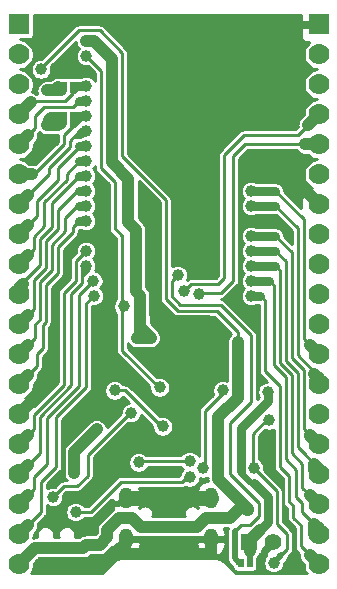
<source format=gbr>
G04 #@! TF.GenerationSoftware,KiCad,Pcbnew,5.1.0-rc2-unknown-036be7d~80~ubuntu16.04.1*
G04 #@! TF.CreationDate,2023-10-02T14:06:35+03:00*
G04 #@! TF.ProjectId,ESP32-DevKit-Lipo_Rev_D,45535033-322d-4446-9576-4b69742d4c69,D*
G04 #@! TF.SameCoordinates,Original*
G04 #@! TF.FileFunction,Copper,L2,Bot*
G04 #@! TF.FilePolarity,Positive*
%FSLAX46Y46*%
G04 Gerber Fmt 4.6, Leading zero omitted, Abs format (unit mm)*
G04 Created by KiCad (PCBNEW 5.1.0-rc2-unknown-036be7d~80~ubuntu16.04.1) date 2023-10-02 14:06:35*
%MOMM*%
%LPD*%
G04 APERTURE LIST*
%ADD10C,1.300000*%
%ADD11C,2.000000*%
%ADD12C,1.400000*%
%ADD13R,1.400000X1.400000*%
%ADD14R,0.508000X0.762000*%
%ADD15C,1.000000*%
%ADD16C,1.778000*%
%ADD17R,1.778000X1.778000*%
%ADD18O,1.200000X1.800000*%
%ADD19C,1.016000*%
%ADD20C,0.762000*%
%ADD21C,0.254000*%
%ADD22C,0.508000*%
%ADD23C,1.270000*%
G04 APERTURE END LIST*
D10*
X144310000Y-80022000D03*
X140710000Y-80022000D03*
X142510000Y-81822000D03*
X142510000Y-78222000D03*
X144310000Y-78222000D03*
X140710000Y-78222000D03*
X144310000Y-81822000D03*
D11*
X142510000Y-80022000D03*
D10*
X140710000Y-81822000D03*
D12*
X152384760Y-116222780D03*
D13*
X150355300Y-116225320D03*
D14*
X150368000Y-117983000D03*
X149606000Y-117983000D03*
D15*
X152400000Y-117983000D03*
D16*
X130810000Y-80010000D03*
X130810000Y-77470000D03*
X130810000Y-74930000D03*
D17*
X130810000Y-72390000D03*
D16*
X130810000Y-82550000D03*
X130810000Y-85090000D03*
X130810000Y-90170000D03*
X130810000Y-87630000D03*
X130810000Y-92710000D03*
X130810000Y-95250000D03*
X130810000Y-100330000D03*
X130810000Y-97790000D03*
X130810000Y-102870000D03*
X130810000Y-105410000D03*
X130810000Y-110490000D03*
X130810000Y-107950000D03*
X130810000Y-118110000D03*
X130810000Y-115570000D03*
X130810000Y-113030000D03*
X156210000Y-80010000D03*
X156210000Y-77470000D03*
X156210000Y-74930000D03*
D17*
X156210000Y-72390000D03*
D16*
X156210000Y-82550000D03*
X156210000Y-85090000D03*
X156210000Y-90170000D03*
X156210000Y-87630000D03*
X156210000Y-92710000D03*
X156210000Y-95250000D03*
X156210000Y-100330000D03*
X156210000Y-97790000D03*
X156210000Y-102870000D03*
X156210000Y-105410000D03*
X156210000Y-110490000D03*
X156210000Y-107950000D03*
X156210000Y-118110000D03*
X156210000Y-115570000D03*
X156210000Y-113030000D03*
D18*
X139910000Y-115947000D03*
X139910000Y-112477000D03*
X147110000Y-112477000D03*
X147110000Y-115947000D03*
D14*
X135382000Y-80137000D03*
X134620000Y-80137000D03*
X135382000Y-77597000D03*
X134620000Y-77597000D03*
D15*
X136525000Y-116459000D03*
X137668000Y-116459000D03*
X150241000Y-113538000D03*
X132715000Y-76200000D03*
X149352000Y-99314000D03*
X135255000Y-118364000D03*
X143510000Y-117094000D03*
X154304598Y-118236598D03*
X146558000Y-72009000D03*
X150495000Y-72009000D03*
X131953000Y-83820000D03*
X136525000Y-90297000D03*
X132842000Y-103251000D03*
X137810000Y-88504000D03*
X137810000Y-87107000D03*
X137810000Y-85852000D03*
X144145000Y-72009000D03*
X141605000Y-72009000D03*
X139065000Y-72009000D03*
X136525000Y-72009000D03*
X140335000Y-73025000D03*
X142875000Y-73025000D03*
X145415000Y-73025000D03*
X146558000Y-74295000D03*
X144145000Y-74295000D03*
X141605000Y-74295000D03*
X142875000Y-75565000D03*
X145415000Y-75565000D03*
X149860000Y-75565000D03*
X150114000Y-85090000D03*
X149987000Y-96774000D03*
X149860000Y-78105000D03*
X149860000Y-80645000D03*
X148590000Y-76835000D03*
X148590000Y-79375000D03*
X146050000Y-79375000D03*
X146050000Y-81915000D03*
X146050000Y-76835000D03*
X146050000Y-83820000D03*
X146050000Y-86995000D03*
X144780000Y-98933000D03*
X144399000Y-106807000D03*
X137731500Y-111315500D03*
X137795000Y-110109000D03*
X143510000Y-101092000D03*
X137414000Y-103759000D03*
X146939000Y-98933000D03*
X146685000Y-103378000D03*
X147320000Y-80645000D03*
X147320000Y-78105000D03*
X144780000Y-85725000D03*
X147320000Y-85725000D03*
X147320000Y-75565000D03*
X142367000Y-88138000D03*
X141478000Y-87122000D03*
X150114000Y-83820000D03*
X148590000Y-81661000D03*
X142240000Y-93726000D03*
X144780000Y-97663000D03*
X132588000Y-118110000D03*
X147320000Y-83820000D03*
X136525000Y-75057000D03*
X140335000Y-105283000D03*
X133731000Y-112395000D03*
X142748000Y-103124000D03*
X139700000Y-96266000D03*
X135509000Y-110363000D03*
X137414000Y-106680000D03*
X152019000Y-105918000D03*
X150749000Y-109982000D03*
X136525000Y-91567000D03*
X136525000Y-89027000D03*
X136525000Y-86487000D03*
X136525000Y-87757000D03*
X136525000Y-85217000D03*
X136525000Y-83947000D03*
X136525000Y-81407000D03*
X136525000Y-82677000D03*
X136525000Y-80137000D03*
X136525000Y-78867000D03*
X150495000Y-86487000D03*
X150495000Y-87757000D03*
X150495000Y-91567000D03*
X150495000Y-90297000D03*
X140970000Y-109474000D03*
X145288000Y-109347000D03*
X145288000Y-110744000D03*
X135636000Y-113665000D03*
X151892000Y-103505000D03*
X133223000Y-80899000D03*
X143002000Y-106426000D03*
X138938000Y-103378000D03*
X146050000Y-95250000D03*
X144780000Y-94996000D03*
X136525000Y-77597000D03*
X136517042Y-92832000D03*
X137160000Y-95377000D03*
X137129768Y-94077599D03*
X150495000Y-95377000D03*
X150495000Y-94107000D03*
X150495000Y-92837000D03*
X133223000Y-77978000D03*
X144272000Y-93599000D03*
X136525000Y-73787000D03*
X140843000Y-98933000D03*
X141986000Y-98933000D03*
X146431000Y-109982000D03*
X148082000Y-103378000D03*
D19*
X137668000Y-116459000D02*
X136525000Y-116459000D01*
D20*
X136906000Y-116459000D02*
X136525000Y-116459000D01*
X137033000Y-116459000D02*
X136906000Y-116459000D01*
D19*
X150241000Y-113411000D02*
X150241000Y-113538000D01*
X149352000Y-99314000D02*
X149352000Y-104013000D01*
X149352000Y-104013000D02*
X147701000Y-105664000D01*
X147701000Y-110871000D02*
X150241000Y-113411000D01*
X147701000Y-105664000D02*
X147701000Y-110871000D01*
D21*
X149352000Y-98425000D02*
X149352000Y-99314000D01*
X137668000Y-72898000D02*
X139573000Y-74803000D01*
X139573000Y-74803000D02*
X139573000Y-83566000D01*
X139573000Y-83566000D02*
X143256000Y-87249000D01*
X143256000Y-87249000D02*
X143256000Y-95631000D01*
X135890000Y-72898000D02*
X137668000Y-72898000D01*
X147574000Y-96647000D02*
X149352000Y-98425000D01*
X132715000Y-76200000D02*
X132715000Y-76073000D01*
X143256000Y-95631000D02*
X144272000Y-96647000D01*
X132715000Y-76073000D02*
X135890000Y-72898000D01*
X144272000Y-96647000D02*
X147574000Y-96647000D01*
D19*
X150114000Y-113538000D02*
X150241000Y-113538000D01*
X140378180Y-114173000D02*
X141140180Y-114935000D01*
X138303000Y-115824000D02*
X138303000Y-115189000D01*
X138303000Y-115189000D02*
X139319000Y-114173000D01*
X139319000Y-114173000D02*
X140378180Y-114173000D01*
X141140180Y-114935000D02*
X145887440Y-114935000D01*
X145887440Y-114935000D02*
X146649440Y-114173000D01*
X137668000Y-116459000D02*
X138303000Y-115824000D01*
X146649440Y-114173000D02*
X148717000Y-114173000D01*
X148717000Y-114173000D02*
X149733000Y-113157000D01*
X149733000Y-113157000D02*
X150114000Y-113538000D01*
X136271000Y-116713000D02*
X136525000Y-116459000D01*
X132207000Y-116713000D02*
X136271000Y-116713000D01*
X130810000Y-118110000D02*
X132207000Y-116713000D01*
X139954000Y-116205000D02*
X139954000Y-115951000D01*
D22*
X147110000Y-115947000D02*
X144395000Y-115947000D01*
D19*
X147110000Y-112477000D02*
X147193000Y-112394000D01*
D23*
X147110000Y-112477000D02*
X145714000Y-112477000D01*
X145714000Y-112477000D02*
X145079000Y-112477000D01*
D19*
X147193000Y-112477000D02*
X145714000Y-112477000D01*
X139065000Y-117094000D02*
X139954000Y-116205000D01*
D22*
X139910000Y-115947000D02*
X140847000Y-115947000D01*
X140847000Y-115947000D02*
X144395000Y-115947000D01*
D19*
X132842000Y-103378000D02*
X132842000Y-103251000D01*
X130810000Y-105410000D02*
X132842000Y-103378000D01*
X137810000Y-85852000D02*
X137810000Y-90282000D01*
X137795000Y-90297000D02*
X137810000Y-90282000D01*
X136525000Y-90297000D02*
X137795000Y-90297000D01*
X137795000Y-90297000D02*
X138430000Y-90932000D01*
X138430000Y-90932000D02*
X138430000Y-100838000D01*
X144145000Y-72009000D02*
X144145000Y-74295000D01*
X145415000Y-73025000D02*
X145415000Y-75565000D01*
X142875000Y-73025000D02*
X142875000Y-75565000D01*
X153670000Y-85090000D02*
X155448000Y-86868000D01*
X150114000Y-85090000D02*
X153670000Y-85090000D01*
X155448000Y-86868000D02*
X156210000Y-87630000D01*
X146050000Y-76835000D02*
X146050000Y-79375000D01*
X146050000Y-79375000D02*
X146050000Y-81915000D01*
X146050000Y-81915000D02*
X146050000Y-84455000D01*
X146050000Y-84455000D02*
X146050000Y-86995000D01*
X146050000Y-76200000D02*
X145415000Y-75565000D01*
X146050000Y-76835000D02*
X146050000Y-76200000D01*
X148590000Y-76835000D02*
X148590000Y-79375000D01*
X149860000Y-78105000D02*
X149860000Y-80645000D01*
X149860000Y-78105000D02*
X149860000Y-75565000D01*
X148590000Y-76835000D02*
X148590000Y-72263000D01*
X148590000Y-72263000D02*
X148336000Y-72009000D01*
X150495000Y-72009000D02*
X148336000Y-72009000D01*
X148336000Y-72009000D02*
X146558000Y-72009000D01*
X141605000Y-117221000D02*
X140462000Y-117221000D01*
X139065000Y-117221000D02*
X139065000Y-117094000D01*
X140462000Y-117221000D02*
X139065000Y-117221000D01*
X147066000Y-117221000D02*
X147066000Y-115951000D01*
X146558000Y-117221000D02*
X147066000Y-117221000D01*
X141605000Y-117221000D02*
X146558000Y-117221000D01*
D22*
X140847000Y-115947000D02*
X141474000Y-115947000D01*
X141605000Y-116078000D02*
X141605000Y-117221000D01*
X141474000Y-115947000D02*
X141605000Y-116078000D01*
D23*
X139910000Y-112477000D02*
X145079000Y-112477000D01*
D19*
X142367000Y-104648000D02*
X144018000Y-104648000D01*
X138557000Y-100838000D02*
X142367000Y-104648000D01*
X138430000Y-100838000D02*
X138557000Y-100838000D01*
X137795000Y-110109000D02*
X137795000Y-111252000D01*
X137795000Y-111252000D02*
X137731500Y-111315500D01*
X138430000Y-101092000D02*
X138430000Y-100838000D01*
X137414000Y-102108000D02*
X138430000Y-101092000D01*
X137414000Y-103759000D02*
X137414000Y-102108000D01*
X138049000Y-110109000D02*
X137795000Y-110109000D01*
X144399000Y-106807000D02*
X144399000Y-107315000D01*
X144399000Y-107315000D02*
X143891000Y-107823000D01*
X143891000Y-107823000D02*
X140335000Y-107823000D01*
X140335000Y-107823000D02*
X138049000Y-110109000D01*
D21*
X153162000Y-111252000D02*
X152019000Y-110109000D01*
X154304598Y-118236598D02*
X154178000Y-118110000D01*
X154178000Y-118110000D02*
X154178000Y-115189000D01*
X153162000Y-114173000D02*
X153162000Y-111252000D01*
X154178000Y-115189000D02*
X153162000Y-114173000D01*
D22*
X136398000Y-112649000D02*
X137731500Y-111315500D01*
X135128000Y-112649000D02*
X136398000Y-112649000D01*
X134493000Y-113284000D02*
X135128000Y-112649000D01*
X134493000Y-114173000D02*
X134493000Y-113284000D01*
X135001000Y-114681000D02*
X134493000Y-114173000D01*
X139910000Y-112477000D02*
X139357000Y-113030000D01*
X139357000Y-113030000D02*
X138811000Y-113030000D01*
X138811000Y-113030000D02*
X137160000Y-114681000D01*
X137160000Y-114681000D02*
X135001000Y-114681000D01*
D21*
X151003000Y-102362000D02*
X151257000Y-102616000D01*
X151003000Y-97790000D02*
X151003000Y-102362000D01*
X149987000Y-96774000D02*
X151003000Y-97790000D01*
D19*
X144399000Y-105664000D02*
X144399000Y-106807000D01*
X146685000Y-103378000D02*
X144399000Y-105664000D01*
X146685000Y-99187000D02*
X146685000Y-103378000D01*
X146939000Y-98933000D02*
X146685000Y-99187000D01*
X144018000Y-105410000D02*
X144399000Y-105791000D01*
X144018000Y-104648000D02*
X144018000Y-105410000D01*
X147320000Y-78105000D02*
X147320000Y-75565000D01*
X147320000Y-78105000D02*
X147320000Y-80645000D01*
X144018000Y-97536000D02*
X144018000Y-104648000D01*
X142367000Y-96901000D02*
X142367000Y-88138000D01*
X143002000Y-97536000D02*
X142367000Y-96901000D01*
X144018000Y-97536000D02*
X143002000Y-97536000D01*
X142367000Y-88011000D02*
X141478000Y-87122000D01*
X142367000Y-88138000D02*
X142367000Y-88011000D01*
X148590000Y-79375000D02*
X148590000Y-81661000D01*
D20*
X150114000Y-85090000D02*
X150114000Y-83820000D01*
D19*
X144653000Y-97536000D02*
X144018000Y-97536000D01*
X144780000Y-97663000D02*
X144653000Y-97536000D01*
X146939000Y-97663000D02*
X146939000Y-98933000D01*
X146812000Y-97536000D02*
X146939000Y-97663000D01*
X144907000Y-97536000D02*
X146812000Y-97536000D01*
X144780000Y-97663000D02*
X144907000Y-97536000D01*
D20*
X132842000Y-101915646D02*
X132842000Y-103378000D01*
X133350000Y-101407646D02*
X132842000Y-101915646D01*
X133350000Y-100584000D02*
X133350000Y-101407646D01*
X133858039Y-94807313D02*
X133858039Y-100075961D01*
X136525000Y-90297000D02*
X136144001Y-90297000D01*
X136144001Y-90297000D02*
X134873996Y-91567005D01*
X134873996Y-93791356D02*
X133858039Y-94807313D01*
X133858039Y-100075961D02*
X133350000Y-100584000D01*
X134873996Y-91567005D02*
X134873996Y-93791356D01*
D19*
X132842000Y-118364000D02*
X137795000Y-118364000D01*
X137795000Y-118364000D02*
X139065000Y-117094000D01*
X132588000Y-118110000D02*
X132842000Y-118364000D01*
X147320000Y-80645000D02*
X147320000Y-83820000D01*
X147320000Y-83820000D02*
X147320000Y-85725000D01*
D21*
X137795000Y-84578292D02*
X137795000Y-76327000D01*
X138938000Y-85721292D02*
X137795000Y-84578292D01*
X139700000Y-96266000D02*
X139573000Y-96139000D01*
X137795000Y-76327000D02*
X136525000Y-75057000D01*
X139573000Y-96139000D02*
X139573000Y-90297000D01*
X139573000Y-90297000D02*
X138938000Y-89662000D01*
X138938000Y-89662000D02*
X138938000Y-85721292D01*
X139573000Y-96393000D02*
X139700000Y-96266000D01*
X139573000Y-100023048D02*
X139573000Y-96393000D01*
X142673952Y-103124000D02*
X139573000Y-100023048D01*
X142748000Y-103124000D02*
X142673952Y-103124000D01*
X140208000Y-105283000D02*
X140335000Y-105283000D01*
X136652000Y-108839000D02*
X140208000Y-105283000D01*
X134620000Y-111506000D02*
X135763000Y-111506000D01*
X135763000Y-111506000D02*
X136652000Y-110617000D01*
X133731000Y-112395000D02*
X134620000Y-111506000D01*
X136652000Y-110617000D02*
X136652000Y-108839000D01*
D19*
X135509000Y-108585000D02*
X135509000Y-110363000D01*
X137414000Y-106680000D02*
X135509000Y-108585000D01*
D22*
X153035000Y-117348000D02*
X152400000Y-117983000D01*
D21*
X152654000Y-111887000D02*
X150749000Y-109982000D01*
X153543000Y-115570000D02*
X152654000Y-114681000D01*
X153035000Y-117348000D02*
X153543000Y-116840000D01*
X153543000Y-116840000D02*
X153543000Y-115570000D01*
X152654000Y-114681000D02*
X152654000Y-111887000D01*
X151765000Y-105918000D02*
X152019000Y-105918000D01*
X150622000Y-109855000D02*
X150622000Y-107061000D01*
X150622000Y-107061000D02*
X151765000Y-105918000D01*
X150749000Y-109982000D02*
X150622000Y-109855000D01*
D19*
X130810000Y-107950000D02*
X131572000Y-107188000D01*
D21*
X136525000Y-91567000D02*
X135635996Y-92456004D01*
X135635996Y-92456004D02*
X135635995Y-94107003D01*
X132079999Y-105413693D02*
X132079999Y-106680001D01*
X135635995Y-94107003D02*
X134620040Y-95122958D01*
X132079999Y-106680001D02*
X131572000Y-107188000D01*
X134620040Y-102873652D02*
X132079999Y-105413693D01*
X134620040Y-95122958D02*
X134620040Y-102873652D01*
D20*
X136525000Y-89027000D02*
X135890000Y-89027000D01*
D19*
X130810000Y-102870000D02*
X131572000Y-102108000D01*
D21*
X132334000Y-101346000D02*
X131572000Y-102108000D01*
X135382000Y-89981355D02*
X134111986Y-91251369D01*
X135382000Y-89535000D02*
X135382000Y-89981355D01*
X134111986Y-91251369D02*
X134111986Y-93472014D01*
X135890000Y-89027000D02*
X135382000Y-89535000D01*
X134111986Y-93472014D02*
X133096029Y-94487971D01*
X133096029Y-94487971D02*
X133096029Y-97583249D01*
X133096029Y-97583249D02*
X132842000Y-97837278D01*
X132842000Y-97837278D02*
X132842000Y-99822000D01*
X132842000Y-99822000D02*
X132334000Y-100330000D01*
X132334000Y-100330000D02*
X132334000Y-101346000D01*
D20*
X136525000Y-86487000D02*
X135890000Y-86487000D01*
D19*
X130810000Y-97790000D02*
X131572000Y-97028000D01*
D21*
X132080008Y-96519992D02*
X131572000Y-97028000D01*
X132080008Y-94023554D02*
X132080008Y-96519992D01*
X133095966Y-93007596D02*
X132080008Y-94023554D01*
X134112000Y-89749126D02*
X133095966Y-90765160D01*
X133095966Y-90765160D02*
X133095966Y-93007596D01*
X135890000Y-86487000D02*
X135763000Y-86487000D01*
X135763000Y-86487000D02*
X134112000Y-88138000D01*
X134112000Y-88138000D02*
X134112000Y-89749126D01*
D19*
X130810000Y-100330000D02*
X131572000Y-99568000D01*
D20*
X135890000Y-87757000D02*
X136525000Y-87757000D01*
D21*
X134747000Y-89897919D02*
X133603976Y-91040943D01*
X133603976Y-91040943D02*
X133603976Y-93218022D01*
X134747000Y-88773000D02*
X134747000Y-89897919D01*
X135763000Y-87757000D02*
X134747000Y-88773000D01*
X132588019Y-94233979D02*
X132588019Y-97372825D01*
X135890000Y-87757000D02*
X135763000Y-87757000D01*
X132207000Y-97753844D02*
X132207000Y-98933000D01*
X133603976Y-93218022D02*
X132588019Y-94233979D01*
X131698999Y-99441001D02*
X131572000Y-99568000D01*
X132588019Y-97372825D02*
X132207000Y-97753844D01*
X132207000Y-98933000D02*
X131698999Y-99441001D01*
D20*
X136525000Y-85217000D02*
X135890000Y-85217000D01*
D19*
X130810000Y-94742000D02*
X131191000Y-94361000D01*
X130810000Y-95250000D02*
X130810000Y-94742000D01*
D21*
X131191000Y-94194128D02*
X131191000Y-94361000D01*
X132587934Y-92797194D02*
X131191000Y-94194128D01*
X132587955Y-90554735D02*
X132587955Y-92380009D01*
X132587955Y-92380009D02*
X132587934Y-92380030D01*
X135890000Y-85217000D02*
X135890000Y-85244120D01*
X135890000Y-85244120D02*
X133604000Y-87530120D01*
X132587934Y-92380030D02*
X132587934Y-92797194D01*
X133604000Y-87530120D02*
X133604000Y-89538690D01*
X133604000Y-89538690D02*
X132587955Y-90554735D01*
D20*
X136525000Y-83947000D02*
X135944894Y-83947000D01*
D19*
X130810000Y-92710000D02*
X131572000Y-91948000D01*
D21*
X132079944Y-91440057D02*
X131572000Y-91948000D01*
X132079944Y-90344310D02*
X132079944Y-91440057D01*
X132969000Y-89455254D02*
X132079944Y-90344310D01*
X135944894Y-83947000D02*
X134874000Y-85017894D01*
X134874000Y-85017894D02*
X134874000Y-85541684D01*
X134874000Y-85541684D02*
X132969000Y-87446684D01*
X132969000Y-87446684D02*
X132969000Y-89455254D01*
D19*
X130810000Y-87630000D02*
X131572000Y-86868000D01*
D21*
X135509000Y-81915000D02*
X135574356Y-81915000D01*
X135574356Y-81915000D02*
X135574366Y-81914990D01*
X135574366Y-81914990D02*
X136017000Y-81914990D01*
D20*
X136271000Y-81407000D02*
X136017000Y-81661000D01*
X136525000Y-81407000D02*
X136271000Y-81407000D01*
D21*
X135445500Y-81915000D02*
X135509000Y-81915000D01*
X135953500Y-81407000D02*
X136271000Y-81407000D01*
X131572000Y-86868000D02*
X133350000Y-85090000D01*
X133350000Y-85090000D02*
X133350000Y-84582000D01*
X133350000Y-84582000D02*
X135128000Y-82804000D01*
X135128000Y-82232500D02*
X135953500Y-81407000D01*
X135128000Y-82804000D02*
X135128000Y-82232500D01*
D20*
X136525000Y-82677000D02*
X135890000Y-82677000D01*
D19*
X130810000Y-90170000D02*
X131572000Y-89408000D01*
D21*
X132334000Y-88646000D02*
X131508500Y-89471500D01*
X132334000Y-87363248D02*
X132334000Y-88646000D01*
X135890000Y-82677000D02*
X135890000Y-82760436D01*
X134112000Y-84538436D02*
X134112000Y-85585248D01*
X135890000Y-82760436D02*
X134112000Y-84538436D01*
X134112000Y-85585248D02*
X132334000Y-87363248D01*
D22*
X135382000Y-80137000D02*
X135382000Y-81026000D01*
D20*
X136525000Y-80137000D02*
X136271000Y-80137000D01*
X136271000Y-80137000D02*
X135509001Y-80137000D01*
D22*
X135382000Y-81026000D02*
X136271000Y-80137000D01*
D19*
X131953000Y-85090000D02*
X130810000Y-85090000D01*
D21*
X134620000Y-81788000D02*
X135382000Y-81026000D01*
X134620000Y-82550000D02*
X134620000Y-81788000D01*
X132080000Y-85090000D02*
X134620000Y-82550000D01*
X131953000Y-85090000D02*
X132080000Y-85090000D01*
D20*
X136525000Y-78867000D02*
X135890000Y-78867000D01*
D19*
X131572000Y-81788000D02*
X130810000Y-82550000D01*
D21*
X132207000Y-81153000D02*
X131572000Y-81788000D01*
X135890000Y-78867000D02*
X135382000Y-79375000D01*
X132969000Y-79375000D02*
X132207000Y-80137000D01*
X135382000Y-79375000D02*
X132969000Y-79375000D01*
X132207000Y-80137000D02*
X132207000Y-81153000D01*
D20*
X150495000Y-86487000D02*
X151202106Y-86487000D01*
X151202106Y-86487000D02*
X152527000Y-86487000D01*
D19*
X156210000Y-100330000D02*
X155448000Y-99568000D01*
D21*
X152527000Y-86487000D02*
X154939999Y-88899999D01*
X154939999Y-88899999D02*
X154939999Y-99059999D01*
X154939999Y-99059999D02*
X155448000Y-99568000D01*
D20*
X150495000Y-87757000D02*
X151202106Y-87757000D01*
X151202106Y-87757000D02*
X152527000Y-87757000D01*
D19*
X156210000Y-102362000D02*
X155829000Y-101981000D01*
X156210000Y-102870000D02*
X156210000Y-102362000D01*
D21*
X155829000Y-101790500D02*
X155829000Y-101981000D01*
X152527000Y-87757000D02*
X154431989Y-89661989D01*
X154432044Y-100393544D02*
X155829000Y-101790500D01*
X154432044Y-99270478D02*
X154432044Y-100393544D01*
X154431989Y-89661989D02*
X154431989Y-99270423D01*
X154431989Y-99270423D02*
X154432044Y-99270478D01*
D19*
X155829000Y-110109000D02*
X155829000Y-109601000D01*
X156210000Y-110490000D02*
X155829000Y-110109000D01*
X155829000Y-109601000D02*
X156337000Y-110109000D01*
D20*
X150495000Y-91567000D02*
X152527000Y-91567000D01*
D21*
X154940021Y-108712021D02*
X155829000Y-109601000D01*
X154431988Y-108203988D02*
X154940021Y-108712021D01*
X152527000Y-91567000D02*
X153415969Y-92455969D01*
X153415969Y-92455969D02*
X153415969Y-100841661D01*
X153415969Y-100841661D02*
X154431988Y-101857680D01*
X154431988Y-101857680D02*
X154431988Y-108203988D01*
D20*
X150495000Y-90297000D02*
X151202106Y-90297000D01*
X151202106Y-90297000D02*
X152527000Y-90297000D01*
D19*
X156210000Y-107950000D02*
X155511500Y-107251500D01*
X156210000Y-107950000D02*
X155448000Y-107188000D01*
D21*
X155448000Y-107188000D02*
X155511500Y-107251500D01*
X152527000Y-90297000D02*
X153923980Y-91693980D01*
X153923980Y-91693980D02*
X153923980Y-100631236D01*
X153923980Y-100631236D02*
X154939999Y-101647255D01*
X154939999Y-101647255D02*
X154939999Y-106679999D01*
X154939999Y-106679999D02*
X155448000Y-107188000D01*
X141097000Y-109347000D02*
X140970000Y-109474000D01*
X145288000Y-109347000D02*
X141097000Y-109347000D01*
X145034000Y-110744000D02*
X145288000Y-110744000D01*
X135636000Y-113665000D02*
X136906000Y-113665000D01*
X136906000Y-113665000D02*
X139446000Y-111125000D01*
X139446000Y-111125000D02*
X144653000Y-111125000D01*
X144653000Y-111125000D02*
X145034000Y-110744000D01*
D19*
X150368000Y-116238020D02*
X150368000Y-116967000D01*
X150355300Y-116225320D02*
X150368000Y-116238020D01*
D22*
X150368000Y-116967000D02*
X150368000Y-117983000D01*
X150355300Y-116225320D02*
X150355300Y-116090700D01*
D19*
X150355300Y-116090700D02*
X151257000Y-115189000D01*
D22*
X151066500Y-115379500D02*
X151257000Y-115189000D01*
X149606000Y-110363000D02*
X149606000Y-110236000D01*
X150495000Y-111252000D02*
X149606000Y-110363000D01*
X150749000Y-111252000D02*
X150495000Y-111252000D01*
D20*
X151892000Y-112395000D02*
X150749000Y-111252000D01*
X151892000Y-114554000D02*
X151892000Y-112395000D01*
X151257000Y-115189000D02*
X151892000Y-114554000D01*
X149606000Y-106553000D02*
X149606000Y-110236000D01*
X151892000Y-104267000D02*
X149606000Y-106553000D01*
X151892000Y-103505000D02*
X151892000Y-104267000D01*
D22*
X134620000Y-80137000D02*
X134493000Y-80137000D01*
D20*
X133223000Y-80391000D02*
X133223000Y-80899000D01*
X134493000Y-80137000D02*
X133477000Y-80137000D01*
X133477000Y-80137000D02*
X133223000Y-80391000D01*
X134493000Y-80645000D02*
X134493000Y-80137000D01*
D19*
X134175500Y-80899000D02*
X134366000Y-80708500D01*
X133223000Y-80899000D02*
X134175500Y-80899000D01*
X155067000Y-82550000D02*
X156210000Y-82550000D01*
D21*
X149987000Y-82550000D02*
X155067000Y-82550000D01*
X148971000Y-83566000D02*
X149987000Y-82550000D01*
X146050000Y-95250000D02*
X146177000Y-95123000D01*
X146177000Y-95123000D02*
X147955000Y-95123000D01*
X147955000Y-95123000D02*
X148971000Y-94107000D01*
X148971000Y-94107000D02*
X148971000Y-83566000D01*
X142875000Y-106426000D02*
X143002000Y-106426000D01*
X139827000Y-103378000D02*
X142875000Y-106426000D01*
X138938000Y-103378000D02*
X139827000Y-103378000D01*
X144780000Y-94996000D02*
X145415000Y-94361000D01*
X148209000Y-83439000D02*
X149860000Y-81788000D01*
X145415000Y-94361000D02*
X147701000Y-94361000D01*
X154432000Y-81788000D02*
X155321001Y-80898999D01*
X148209000Y-93853000D02*
X148209000Y-83439000D01*
D19*
X156210000Y-80010000D02*
X155321001Y-80898999D01*
D21*
X147701000Y-94361000D02*
X148209000Y-93853000D01*
X149860000Y-81788000D02*
X154432000Y-81788000D01*
D19*
X131826000Y-78994000D02*
X130810000Y-80010000D01*
D22*
X135636000Y-77597000D02*
X135382000Y-77597000D01*
D20*
X136525000Y-77597000D02*
X136144000Y-77597000D01*
X136144000Y-77597000D02*
X135636000Y-77597000D01*
D22*
X135382000Y-77597000D02*
X135382000Y-78105000D01*
X135890000Y-77597000D02*
X136144000Y-77597000D01*
X135382000Y-78105000D02*
X135890000Y-77597000D01*
D21*
X131953000Y-78867000D02*
X131826000Y-78994000D01*
X134747000Y-78867000D02*
X131953000Y-78867000D01*
X135382000Y-78105000D02*
X135382000Y-78232000D01*
X135382000Y-78232000D02*
X134747000Y-78867000D01*
D19*
X130810000Y-110490000D02*
X131572000Y-109728000D01*
D21*
X136144000Y-93205042D02*
X136517042Y-92832000D01*
X136144000Y-93205042D02*
X136512042Y-93205042D01*
X136144000Y-93205042D02*
X136144000Y-92666434D01*
X136144000Y-92666434D02*
X136249217Y-92561217D01*
X136144000Y-93726000D02*
X136144000Y-93205042D01*
X136144000Y-93218000D02*
X136398000Y-93472000D01*
X136144000Y-93205042D02*
X136144000Y-93218000D01*
X136144000Y-93726000D02*
X136398000Y-93472000D01*
X136777521Y-93092479D02*
X136517042Y-92832000D01*
X136398000Y-93472000D02*
X136777521Y-93092479D01*
X136144000Y-94317434D02*
X136144000Y-93726000D01*
X135255000Y-95206434D02*
X136144000Y-94317434D01*
X131572000Y-109728000D02*
X132588010Y-108711990D01*
X132588010Y-105624118D02*
X135255000Y-102957128D01*
X132588010Y-108711990D02*
X132588010Y-105624118D01*
X135255000Y-102957128D02*
X135255000Y-95206434D01*
D19*
X130810000Y-115570000D02*
X131572000Y-114808000D01*
D21*
X132715000Y-113665000D02*
X131572000Y-114808000D01*
X132715000Y-111125000D02*
X132715000Y-113665000D01*
X133985000Y-109855000D02*
X132715000Y-111125000D01*
X136525000Y-96012000D02*
X136525000Y-103124000D01*
X137160000Y-95377000D02*
X136525000Y-96012000D01*
X136525000Y-103124000D02*
X133985000Y-105664000D01*
X133985000Y-105664000D02*
X133985000Y-109855000D01*
D19*
X130810000Y-113030000D02*
X131572000Y-112268000D01*
D21*
X135890000Y-95317367D02*
X136629769Y-94577598D01*
X135890000Y-103040564D02*
X135890000Y-95317367D01*
X133223000Y-105707564D02*
X135890000Y-103040564D01*
X136629769Y-94577598D02*
X137129768Y-94077599D01*
X131572000Y-112268000D02*
X132080001Y-111759999D01*
X132080001Y-111759999D02*
X132080001Y-110743999D01*
X132080001Y-110743999D02*
X133223000Y-109601000D01*
X133223000Y-109601000D02*
X133223000Y-105707564D01*
D19*
X156210000Y-118110000D02*
X155448000Y-117348000D01*
D20*
X150495000Y-95377000D02*
X151257000Y-95377000D01*
D21*
X154686000Y-116586000D02*
X155448000Y-117348000D01*
X151638000Y-101727000D02*
X152907951Y-102996951D01*
X152907951Y-102996951D02*
X152907951Y-109854951D01*
X151257000Y-95377000D02*
X151638000Y-95758000D01*
X152907951Y-109854951D02*
X153670000Y-110617000D01*
X154051000Y-114173000D02*
X154686000Y-114808000D01*
X154686000Y-114808000D02*
X154686000Y-116586000D01*
X153670000Y-110617000D02*
X153670000Y-112776000D01*
X151638000Y-95758000D02*
X151638000Y-101727000D01*
X153670000Y-112776000D02*
X154051000Y-113157000D01*
X154051000Y-113157000D02*
X154051000Y-114173000D01*
D19*
X156210000Y-115062000D02*
X155829000Y-114681000D01*
X156210000Y-115570000D02*
X156210000Y-115062000D01*
X155829000Y-114681000D02*
X155829000Y-115570000D01*
X155829000Y-115570000D02*
X155956000Y-115697000D01*
D20*
X150495000Y-94107000D02*
X152019000Y-94107000D01*
D21*
X154813000Y-113665000D02*
X155829000Y-114681000D01*
X154813000Y-112903000D02*
X154813000Y-113665000D01*
X154305000Y-112395000D02*
X154813000Y-112903000D01*
X153415961Y-109219961D02*
X154305000Y-110109000D01*
X154305000Y-110109000D02*
X154305000Y-112395000D01*
X152019000Y-94107000D02*
X152399949Y-94487949D01*
X152399950Y-101262514D02*
X153415961Y-102278527D01*
X152399949Y-94487949D02*
X152399950Y-101262514D01*
X153415961Y-102278527D02*
X153415961Y-109219961D01*
D19*
X156210000Y-113030000D02*
X155448000Y-112268000D01*
D20*
X150495000Y-92837000D02*
X152527000Y-92837000D01*
D21*
X154813000Y-111633000D02*
X155448000Y-112268000D01*
X154813000Y-109601000D02*
X154813000Y-111633000D01*
X152527000Y-92837000D02*
X152907958Y-93217958D01*
X152907958Y-93217958D02*
X152907959Y-101052087D01*
X152907959Y-101052087D02*
X153923978Y-102068106D01*
X153923978Y-108711978D02*
X154813000Y-109601000D01*
X153923978Y-102068106D02*
X153923978Y-108711978D01*
D22*
X134620000Y-77597000D02*
X134493000Y-77597000D01*
D20*
X134493000Y-77851000D02*
X134493000Y-77597000D01*
D19*
X133223000Y-77978000D02*
X134366000Y-77978000D01*
D20*
X134366000Y-77978000D02*
X134493000Y-77851000D01*
D19*
X133858000Y-77978000D02*
X133223000Y-77978000D01*
X134112000Y-77724000D02*
X133858000Y-77978000D01*
D20*
X134112000Y-77597000D02*
X133731000Y-77978000D01*
X134493000Y-77597000D02*
X134112000Y-77597000D01*
D22*
X149098000Y-117602000D02*
X149098000Y-115316000D01*
X149606000Y-117983000D02*
X149479000Y-117983000D01*
X149479000Y-117983000D02*
X149098000Y-117602000D01*
D21*
X150368000Y-114808000D02*
X149606000Y-114808000D01*
X151130000Y-114046000D02*
X150368000Y-114808000D01*
X144482425Y-96138989D02*
X147954989Y-96138989D01*
X143764000Y-95420564D02*
X144482425Y-96138989D01*
X147954989Y-96138989D02*
X150495000Y-98679000D01*
X143764000Y-94107000D02*
X143764000Y-95420564D01*
X144272000Y-93599000D02*
X143764000Y-94107000D01*
X150495000Y-104394000D02*
X148717000Y-106172000D01*
X150495000Y-98679000D02*
X150495000Y-104394000D01*
X149606000Y-114808000D02*
X149098000Y-115316000D01*
X148717000Y-106172000D02*
X148717000Y-110490000D01*
X151130000Y-112903000D02*
X151130000Y-114046000D01*
X148717000Y-110490000D02*
X151130000Y-112903000D01*
D19*
X137160000Y-73787000D02*
X136525000Y-73787000D01*
X138684000Y-84074000D02*
X138684000Y-75311000D01*
X140081000Y-85471000D02*
X138684000Y-84074000D01*
X140716000Y-89789000D02*
X140081000Y-89154000D01*
X138684000Y-75311000D02*
X137160000Y-73787000D01*
X140716000Y-94996000D02*
X140716000Y-89789000D01*
X141097000Y-98679000D02*
X141097000Y-95377000D01*
X140081000Y-89154000D02*
X140081000Y-85471000D01*
X140843000Y-98933000D02*
X141097000Y-98679000D01*
X141097000Y-95377000D02*
X140716000Y-94996000D01*
X141986000Y-98933000D02*
X140843000Y-98933000D01*
X141986000Y-98933000D02*
X141097000Y-98044000D01*
X141097000Y-98044000D02*
X141097000Y-98679000D01*
D21*
X146558000Y-109855000D02*
X146431000Y-109982000D01*
X146558000Y-105156000D02*
X146558000Y-109855000D01*
X148082000Y-103632000D02*
X146558000Y-105156000D01*
X148082000Y-103378000D02*
X148082000Y-103632000D01*
G36*
X153163427Y-112815429D02*
G01*
X153169352Y-112875585D01*
X153188971Y-112940260D01*
X153198400Y-112971343D01*
X153245571Y-113059595D01*
X153291862Y-113116000D01*
X153309053Y-113136948D01*
X153328430Y-113152850D01*
X153543000Y-113367421D01*
X153543001Y-114148046D01*
X153540543Y-114173000D01*
X153546817Y-114236697D01*
X153550352Y-114272585D01*
X153559682Y-114303341D01*
X153579400Y-114368343D01*
X153626571Y-114456595D01*
X153672159Y-114512144D01*
X153690053Y-114533948D01*
X153709430Y-114549850D01*
X154178000Y-115018420D01*
X154178001Y-116561046D01*
X154175543Y-116586000D01*
X154184458Y-116676505D01*
X154185352Y-116685585D01*
X154206669Y-116755857D01*
X154214400Y-116781343D01*
X154261571Y-116869595D01*
X154309150Y-116927570D01*
X154325053Y-116946948D01*
X154344430Y-116962850D01*
X154570379Y-117188799D01*
X154554700Y-117348000D01*
X154571864Y-117522274D01*
X154622698Y-117689852D01*
X154705248Y-117844291D01*
X154788505Y-117945740D01*
X154940000Y-118097235D01*
X154940000Y-118235084D01*
X154988805Y-118480445D01*
X155084541Y-118711571D01*
X155191736Y-118872000D01*
X149181421Y-118872000D01*
X148077855Y-117768435D01*
X148061948Y-117749052D01*
X147984595Y-117685571D01*
X147896343Y-117638399D01*
X147800585Y-117609351D01*
X147725947Y-117602000D01*
X147725944Y-117602000D01*
X147701000Y-117599543D01*
X147676056Y-117602000D01*
X139343943Y-117602000D01*
X139318999Y-117599543D01*
X139294055Y-117602000D01*
X139294053Y-117602000D01*
X139219415Y-117609351D01*
X139123657Y-117638399D01*
X139123655Y-117638400D01*
X139035404Y-117685571D01*
X138985555Y-117726481D01*
X138958052Y-117749052D01*
X138942150Y-117768429D01*
X137838580Y-118872000D01*
X131828264Y-118872000D01*
X131935459Y-118711571D01*
X132031195Y-118480445D01*
X132080000Y-118235084D01*
X132080000Y-118097235D01*
X132575235Y-117602000D01*
X136227340Y-117602000D01*
X136271000Y-117606300D01*
X136314660Y-117602000D01*
X136314667Y-117602000D01*
X136445274Y-117589136D01*
X136612851Y-117538303D01*
X136767291Y-117455753D01*
X136898588Y-117348000D01*
X137624340Y-117348000D01*
X137668000Y-117352300D01*
X137711660Y-117348000D01*
X137711667Y-117348000D01*
X137842274Y-117335136D01*
X138009851Y-117284303D01*
X138164291Y-117201753D01*
X138299659Y-117090659D01*
X138327498Y-117056737D01*
X138734235Y-116650001D01*
X138792604Y-116803318D01*
X138922607Y-117010622D01*
X139090555Y-117188580D01*
X139289994Y-117330354D01*
X139530961Y-117422395D01*
X139719500Y-117306256D01*
X139719500Y-116137500D01*
X140100500Y-116137500D01*
X140100500Y-117306256D01*
X140289039Y-117422395D01*
X140530006Y-117330354D01*
X140729445Y-117188580D01*
X140897393Y-117010622D01*
X141027396Y-116803318D01*
X141114458Y-116574635D01*
X141155233Y-116333361D01*
X145864767Y-116333361D01*
X145905542Y-116574635D01*
X145992604Y-116803318D01*
X146122607Y-117010622D01*
X146290555Y-117188580D01*
X146489994Y-117330354D01*
X146730961Y-117422395D01*
X146919500Y-117306256D01*
X146919500Y-116137500D01*
X147300500Y-116137500D01*
X147300500Y-117306256D01*
X147489039Y-117422395D01*
X147730006Y-117330354D01*
X147929445Y-117188580D01*
X148097393Y-117010622D01*
X148227396Y-116803318D01*
X148314458Y-116574635D01*
X148355233Y-116333361D01*
X148194662Y-116137500D01*
X147300500Y-116137500D01*
X146919500Y-116137500D01*
X146025338Y-116137500D01*
X145864767Y-116333361D01*
X141155233Y-116333361D01*
X140994662Y-116137500D01*
X140100500Y-116137500D01*
X139719500Y-116137500D01*
X139699500Y-116137500D01*
X139699500Y-115756500D01*
X139719500Y-115756500D01*
X139719500Y-115736500D01*
X140100500Y-115736500D01*
X140100500Y-115756500D01*
X140791214Y-115756500D01*
X140798329Y-115760303D01*
X140888317Y-115787600D01*
X140965905Y-115811136D01*
X140982505Y-115812771D01*
X141096513Y-115824000D01*
X141096520Y-115824000D01*
X141140180Y-115828300D01*
X141183840Y-115824000D01*
X145843780Y-115824000D01*
X145887440Y-115828300D01*
X145931100Y-115824000D01*
X145931107Y-115824000D01*
X146061714Y-115811136D01*
X146229291Y-115760303D01*
X146236406Y-115756500D01*
X146919500Y-115756500D01*
X146919500Y-115736500D01*
X147300500Y-115736500D01*
X147300500Y-115756500D01*
X148194662Y-115756500D01*
X148355233Y-115560639D01*
X148314458Y-115319365D01*
X148227396Y-115090682D01*
X148209409Y-115062000D01*
X148513748Y-115062000D01*
X148508499Y-115071820D01*
X148472189Y-115191518D01*
X148463001Y-115284808D01*
X148463000Y-117570819D01*
X148459929Y-117602000D01*
X148463000Y-117633181D01*
X148463000Y-117633191D01*
X148472188Y-117726481D01*
X148508498Y-117846179D01*
X148567463Y-117956493D01*
X148646815Y-118053185D01*
X148671050Y-118073074D01*
X148969942Y-118371966D01*
X148976513Y-118438689D01*
X148998299Y-118510508D01*
X149033678Y-118576696D01*
X149081289Y-118634711D01*
X149139304Y-118682322D01*
X149205492Y-118717701D01*
X149277311Y-118739487D01*
X149352000Y-118746843D01*
X149860000Y-118746843D01*
X149934689Y-118739487D01*
X149987000Y-118723619D01*
X150039311Y-118739487D01*
X150114000Y-118746843D01*
X150622000Y-118746843D01*
X150696689Y-118739487D01*
X150768508Y-118717701D01*
X150834696Y-118682322D01*
X150892711Y-118634711D01*
X150940322Y-118576696D01*
X150975701Y-118510508D01*
X150997487Y-118438689D01*
X151004843Y-118364000D01*
X151004843Y-117602000D01*
X151003994Y-117593377D01*
X151110753Y-117463291D01*
X151193303Y-117308851D01*
X151202457Y-117278674D01*
X151267996Y-117243642D01*
X151326011Y-117196031D01*
X151373622Y-117138016D01*
X151409001Y-117071828D01*
X151430787Y-117000009D01*
X151438143Y-116925320D01*
X151438143Y-116899989D01*
X152115352Y-116222780D01*
X152101210Y-116208638D01*
X152370618Y-115939230D01*
X152384760Y-115953372D01*
X152398902Y-115939230D01*
X152668310Y-116208638D01*
X152654168Y-116222780D01*
X152668310Y-116236922D01*
X152398902Y-116506330D01*
X152384760Y-116492188D01*
X151694082Y-117182866D01*
X151751667Y-117385410D01*
X151715682Y-117421395D01*
X151619268Y-117565690D01*
X151552856Y-117726022D01*
X151519000Y-117896229D01*
X151519000Y-118069771D01*
X151552856Y-118239978D01*
X151619268Y-118400310D01*
X151715682Y-118544605D01*
X151838395Y-118667318D01*
X151982690Y-118763732D01*
X152143022Y-118830144D01*
X152313229Y-118864000D01*
X152486771Y-118864000D01*
X152656978Y-118830144D01*
X152817310Y-118763732D01*
X152961605Y-118667318D01*
X153084318Y-118544605D01*
X153180732Y-118400310D01*
X153247144Y-118239978D01*
X153281000Y-118069771D01*
X153281000Y-118000025D01*
X153506069Y-117774957D01*
X153565538Y-117702494D01*
X153624502Y-117592180D01*
X153660811Y-117472481D01*
X153664293Y-117437127D01*
X153884570Y-117216851D01*
X153903948Y-117200948D01*
X153943580Y-117152656D01*
X153967429Y-117123596D01*
X154014600Y-117035345D01*
X154014601Y-117035342D01*
X154043649Y-116939585D01*
X154051000Y-116864947D01*
X154051000Y-116864945D01*
X154053457Y-116840001D01*
X154051000Y-116815057D01*
X154051000Y-115594944D01*
X154053457Y-115570000D01*
X154049601Y-115530852D01*
X154043649Y-115470415D01*
X154014601Y-115374657D01*
X153967429Y-115286405D01*
X153903948Y-115209052D01*
X153884565Y-115193145D01*
X153162000Y-114470580D01*
X153162000Y-112800944D01*
X153163427Y-112815429D01*
X153163427Y-112815429D01*
G37*
X153163427Y-112815429D02*
X153169352Y-112875585D01*
X153188971Y-112940260D01*
X153198400Y-112971343D01*
X153245571Y-113059595D01*
X153291862Y-113116000D01*
X153309053Y-113136948D01*
X153328430Y-113152850D01*
X153543000Y-113367421D01*
X153543001Y-114148046D01*
X153540543Y-114173000D01*
X153546817Y-114236697D01*
X153550352Y-114272585D01*
X153559682Y-114303341D01*
X153579400Y-114368343D01*
X153626571Y-114456595D01*
X153672159Y-114512144D01*
X153690053Y-114533948D01*
X153709430Y-114549850D01*
X154178000Y-115018420D01*
X154178001Y-116561046D01*
X154175543Y-116586000D01*
X154184458Y-116676505D01*
X154185352Y-116685585D01*
X154206669Y-116755857D01*
X154214400Y-116781343D01*
X154261571Y-116869595D01*
X154309150Y-116927570D01*
X154325053Y-116946948D01*
X154344430Y-116962850D01*
X154570379Y-117188799D01*
X154554700Y-117348000D01*
X154571864Y-117522274D01*
X154622698Y-117689852D01*
X154705248Y-117844291D01*
X154788505Y-117945740D01*
X154940000Y-118097235D01*
X154940000Y-118235084D01*
X154988805Y-118480445D01*
X155084541Y-118711571D01*
X155191736Y-118872000D01*
X149181421Y-118872000D01*
X148077855Y-117768435D01*
X148061948Y-117749052D01*
X147984595Y-117685571D01*
X147896343Y-117638399D01*
X147800585Y-117609351D01*
X147725947Y-117602000D01*
X147725944Y-117602000D01*
X147701000Y-117599543D01*
X147676056Y-117602000D01*
X139343943Y-117602000D01*
X139318999Y-117599543D01*
X139294055Y-117602000D01*
X139294053Y-117602000D01*
X139219415Y-117609351D01*
X139123657Y-117638399D01*
X139123655Y-117638400D01*
X139035404Y-117685571D01*
X138985555Y-117726481D01*
X138958052Y-117749052D01*
X138942150Y-117768429D01*
X137838580Y-118872000D01*
X131828264Y-118872000D01*
X131935459Y-118711571D01*
X132031195Y-118480445D01*
X132080000Y-118235084D01*
X132080000Y-118097235D01*
X132575235Y-117602000D01*
X136227340Y-117602000D01*
X136271000Y-117606300D01*
X136314660Y-117602000D01*
X136314667Y-117602000D01*
X136445274Y-117589136D01*
X136612851Y-117538303D01*
X136767291Y-117455753D01*
X136898588Y-117348000D01*
X137624340Y-117348000D01*
X137668000Y-117352300D01*
X137711660Y-117348000D01*
X137711667Y-117348000D01*
X137842274Y-117335136D01*
X138009851Y-117284303D01*
X138164291Y-117201753D01*
X138299659Y-117090659D01*
X138327498Y-117056737D01*
X138734235Y-116650001D01*
X138792604Y-116803318D01*
X138922607Y-117010622D01*
X139090555Y-117188580D01*
X139289994Y-117330354D01*
X139530961Y-117422395D01*
X139719500Y-117306256D01*
X139719500Y-116137500D01*
X140100500Y-116137500D01*
X140100500Y-117306256D01*
X140289039Y-117422395D01*
X140530006Y-117330354D01*
X140729445Y-117188580D01*
X140897393Y-117010622D01*
X141027396Y-116803318D01*
X141114458Y-116574635D01*
X141155233Y-116333361D01*
X145864767Y-116333361D01*
X145905542Y-116574635D01*
X145992604Y-116803318D01*
X146122607Y-117010622D01*
X146290555Y-117188580D01*
X146489994Y-117330354D01*
X146730961Y-117422395D01*
X146919500Y-117306256D01*
X146919500Y-116137500D01*
X147300500Y-116137500D01*
X147300500Y-117306256D01*
X147489039Y-117422395D01*
X147730006Y-117330354D01*
X147929445Y-117188580D01*
X148097393Y-117010622D01*
X148227396Y-116803318D01*
X148314458Y-116574635D01*
X148355233Y-116333361D01*
X148194662Y-116137500D01*
X147300500Y-116137500D01*
X146919500Y-116137500D01*
X146025338Y-116137500D01*
X145864767Y-116333361D01*
X141155233Y-116333361D01*
X140994662Y-116137500D01*
X140100500Y-116137500D01*
X139719500Y-116137500D01*
X139699500Y-116137500D01*
X139699500Y-115756500D01*
X139719500Y-115756500D01*
X139719500Y-115736500D01*
X140100500Y-115736500D01*
X140100500Y-115756500D01*
X140791214Y-115756500D01*
X140798329Y-115760303D01*
X140888317Y-115787600D01*
X140965905Y-115811136D01*
X140982505Y-115812771D01*
X141096513Y-115824000D01*
X141096520Y-115824000D01*
X141140180Y-115828300D01*
X141183840Y-115824000D01*
X145843780Y-115824000D01*
X145887440Y-115828300D01*
X145931100Y-115824000D01*
X145931107Y-115824000D01*
X146061714Y-115811136D01*
X146229291Y-115760303D01*
X146236406Y-115756500D01*
X146919500Y-115756500D01*
X146919500Y-115736500D01*
X147300500Y-115736500D01*
X147300500Y-115756500D01*
X148194662Y-115756500D01*
X148355233Y-115560639D01*
X148314458Y-115319365D01*
X148227396Y-115090682D01*
X148209409Y-115062000D01*
X148513748Y-115062000D01*
X148508499Y-115071820D01*
X148472189Y-115191518D01*
X148463001Y-115284808D01*
X148463000Y-117570819D01*
X148459929Y-117602000D01*
X148463000Y-117633181D01*
X148463000Y-117633191D01*
X148472188Y-117726481D01*
X148508498Y-117846179D01*
X148567463Y-117956493D01*
X148646815Y-118053185D01*
X148671050Y-118073074D01*
X148969942Y-118371966D01*
X148976513Y-118438689D01*
X148998299Y-118510508D01*
X149033678Y-118576696D01*
X149081289Y-118634711D01*
X149139304Y-118682322D01*
X149205492Y-118717701D01*
X149277311Y-118739487D01*
X149352000Y-118746843D01*
X149860000Y-118746843D01*
X149934689Y-118739487D01*
X149987000Y-118723619D01*
X150039311Y-118739487D01*
X150114000Y-118746843D01*
X150622000Y-118746843D01*
X150696689Y-118739487D01*
X150768508Y-118717701D01*
X150834696Y-118682322D01*
X150892711Y-118634711D01*
X150940322Y-118576696D01*
X150975701Y-118510508D01*
X150997487Y-118438689D01*
X151004843Y-118364000D01*
X151004843Y-117602000D01*
X151003994Y-117593377D01*
X151110753Y-117463291D01*
X151193303Y-117308851D01*
X151202457Y-117278674D01*
X151267996Y-117243642D01*
X151326011Y-117196031D01*
X151373622Y-117138016D01*
X151409001Y-117071828D01*
X151430787Y-117000009D01*
X151438143Y-116925320D01*
X151438143Y-116899989D01*
X152115352Y-116222780D01*
X152101210Y-116208638D01*
X152370618Y-115939230D01*
X152384760Y-115953372D01*
X152398902Y-115939230D01*
X152668310Y-116208638D01*
X152654168Y-116222780D01*
X152668310Y-116236922D01*
X152398902Y-116506330D01*
X152384760Y-116492188D01*
X151694082Y-117182866D01*
X151751667Y-117385410D01*
X151715682Y-117421395D01*
X151619268Y-117565690D01*
X151552856Y-117726022D01*
X151519000Y-117896229D01*
X151519000Y-118069771D01*
X151552856Y-118239978D01*
X151619268Y-118400310D01*
X151715682Y-118544605D01*
X151838395Y-118667318D01*
X151982690Y-118763732D01*
X152143022Y-118830144D01*
X152313229Y-118864000D01*
X152486771Y-118864000D01*
X152656978Y-118830144D01*
X152817310Y-118763732D01*
X152961605Y-118667318D01*
X153084318Y-118544605D01*
X153180732Y-118400310D01*
X153247144Y-118239978D01*
X153281000Y-118069771D01*
X153281000Y-118000025D01*
X153506069Y-117774957D01*
X153565538Y-117702494D01*
X153624502Y-117592180D01*
X153660811Y-117472481D01*
X153664293Y-117437127D01*
X153884570Y-117216851D01*
X153903948Y-117200948D01*
X153943580Y-117152656D01*
X153967429Y-117123596D01*
X154014600Y-117035345D01*
X154014601Y-117035342D01*
X154043649Y-116939585D01*
X154051000Y-116864947D01*
X154051000Y-116864945D01*
X154053457Y-116840001D01*
X154051000Y-116815057D01*
X154051000Y-115594944D01*
X154053457Y-115570000D01*
X154049601Y-115530852D01*
X154043649Y-115470415D01*
X154014601Y-115374657D01*
X153967429Y-115286405D01*
X153903948Y-115209052D01*
X153884565Y-115193145D01*
X153162000Y-114470580D01*
X153162000Y-112800944D01*
X153163427Y-112815429D01*
G36*
X137287000Y-84553348D02*
G01*
X137284543Y-84578292D01*
X137287000Y-84603236D01*
X137287000Y-84603238D01*
X137294351Y-84677876D01*
X137323399Y-84773634D01*
X137370571Y-84861887D01*
X137434052Y-84939240D01*
X137453435Y-84955147D01*
X138430001Y-85931714D01*
X138430000Y-89637056D01*
X138427543Y-89662000D01*
X138430000Y-89686944D01*
X138430000Y-89686946D01*
X138437351Y-89761584D01*
X138466399Y-89857342D01*
X138513571Y-89945595D01*
X138577052Y-90022948D01*
X138596435Y-90038855D01*
X139065001Y-90507421D01*
X139065000Y-95655077D01*
X139015682Y-95704395D01*
X138919268Y-95848690D01*
X138852856Y-96009022D01*
X138819000Y-96179229D01*
X138819000Y-96352771D01*
X138852856Y-96522978D01*
X138919268Y-96683310D01*
X139015682Y-96827605D01*
X139065001Y-96876924D01*
X139065000Y-99998104D01*
X139062543Y-100023048D01*
X139065000Y-100047992D01*
X139065000Y-100047994D01*
X139072351Y-100122632D01*
X139101399Y-100218390D01*
X139148571Y-100306643D01*
X139212052Y-100383996D01*
X139231435Y-100399903D01*
X141867292Y-103035761D01*
X141867000Y-103037229D01*
X141867000Y-103210771D01*
X141900856Y-103380978D01*
X141967268Y-103541310D01*
X142063682Y-103685605D01*
X142186395Y-103808318D01*
X142330690Y-103904732D01*
X142491022Y-103971144D01*
X142661229Y-104005000D01*
X142834771Y-104005000D01*
X143004978Y-103971144D01*
X143165310Y-103904732D01*
X143309605Y-103808318D01*
X143432318Y-103685605D01*
X143528732Y-103541310D01*
X143595144Y-103380978D01*
X143629000Y-103210771D01*
X143629000Y-103037229D01*
X143595144Y-102867022D01*
X143528732Y-102706690D01*
X143432318Y-102562395D01*
X143309605Y-102439682D01*
X143165310Y-102343268D01*
X143004978Y-102276856D01*
X142834771Y-102243000D01*
X142661229Y-102243000D01*
X142536235Y-102267863D01*
X140081000Y-99812628D01*
X140081000Y-99393282D01*
X140100247Y-99429291D01*
X140211341Y-99564659D01*
X140346709Y-99675753D01*
X140501149Y-99758303D01*
X140668726Y-99809136D01*
X140799333Y-99822000D01*
X140799340Y-99822000D01*
X140843000Y-99826300D01*
X140886660Y-99822000D01*
X141942340Y-99822000D01*
X141986000Y-99826300D01*
X142029660Y-99822000D01*
X142029667Y-99822000D01*
X142143675Y-99810771D01*
X142160275Y-99809136D01*
X142211108Y-99793716D01*
X142327851Y-99758303D01*
X142482291Y-99675753D01*
X142617659Y-99564659D01*
X142728753Y-99429291D01*
X142811303Y-99274851D01*
X142862136Y-99107274D01*
X142862909Y-99099431D01*
X142865301Y-99075136D01*
X142879301Y-98933000D01*
X142862136Y-98758726D01*
X142811303Y-98591149D01*
X142728753Y-98436709D01*
X142617659Y-98301341D01*
X142583741Y-98273505D01*
X141986000Y-97675765D01*
X141986000Y-95420659D01*
X141990300Y-95376999D01*
X141986000Y-95333339D01*
X141986000Y-95333333D01*
X141973136Y-95202726D01*
X141973136Y-95202724D01*
X141939974Y-95093405D01*
X141922303Y-95035149D01*
X141839753Y-94880709D01*
X141728659Y-94745341D01*
X141694731Y-94717497D01*
X141605000Y-94627766D01*
X141605000Y-89832660D01*
X141609300Y-89789000D01*
X141605000Y-89745340D01*
X141605000Y-89745333D01*
X141592136Y-89614726D01*
X141584213Y-89588605D01*
X141563726Y-89521069D01*
X141541303Y-89447149D01*
X141458753Y-89292709D01*
X141380753Y-89197666D01*
X141375495Y-89191259D01*
X141375494Y-89191258D01*
X141347659Y-89157341D01*
X141313741Y-89129505D01*
X140970000Y-88785765D01*
X140970000Y-85681420D01*
X142748000Y-87459420D01*
X142748001Y-95606046D01*
X142745543Y-95631000D01*
X142753037Y-95707082D01*
X142755352Y-95730585D01*
X142764924Y-95762139D01*
X142784400Y-95826343D01*
X142831571Y-95914595D01*
X142855413Y-95943646D01*
X142895053Y-95991948D01*
X142914430Y-96007850D01*
X143895149Y-96988570D01*
X143911052Y-97007948D01*
X143930429Y-97023850D01*
X143988404Y-97071429D01*
X144009306Y-97082601D01*
X144076657Y-97118601D01*
X144172415Y-97147649D01*
X144247053Y-97155000D01*
X144247056Y-97155000D01*
X144272000Y-97157457D01*
X144296944Y-97155000D01*
X147363580Y-97155000D01*
X148814031Y-98605451D01*
X148720341Y-98682341D01*
X148609247Y-98817710D01*
X148526697Y-98972150D01*
X148475864Y-99139727D01*
X148463000Y-99270334D01*
X148463001Y-102582228D01*
X148338978Y-102530856D01*
X148168771Y-102497000D01*
X147995229Y-102497000D01*
X147825022Y-102530856D01*
X147664690Y-102597268D01*
X147520395Y-102693682D01*
X147397682Y-102816395D01*
X147301268Y-102960690D01*
X147234856Y-103121022D01*
X147201000Y-103291229D01*
X147201000Y-103464771D01*
X147234856Y-103634978D01*
X147271686Y-103723893D01*
X146216435Y-104779145D01*
X146197052Y-104795052D01*
X146133571Y-104872405D01*
X146086399Y-104960658D01*
X146057351Y-105056416D01*
X146051713Y-105113661D01*
X146047543Y-105156000D01*
X146050000Y-105180944D01*
X146050001Y-108901657D01*
X145972318Y-108785395D01*
X145849605Y-108662682D01*
X145705310Y-108566268D01*
X145544978Y-108499856D01*
X145374771Y-108466000D01*
X145201229Y-108466000D01*
X145031022Y-108499856D01*
X144870690Y-108566268D01*
X144726395Y-108662682D01*
X144603682Y-108785395D01*
X144567865Y-108839000D01*
X141580923Y-108839000D01*
X141531605Y-108789682D01*
X141387310Y-108693268D01*
X141226978Y-108626856D01*
X141056771Y-108593000D01*
X140883229Y-108593000D01*
X140713022Y-108626856D01*
X140552690Y-108693268D01*
X140408395Y-108789682D01*
X140285682Y-108912395D01*
X140189268Y-109056690D01*
X140122856Y-109217022D01*
X140089000Y-109387229D01*
X140089000Y-109560771D01*
X140122856Y-109730978D01*
X140189268Y-109891310D01*
X140285682Y-110035605D01*
X140408395Y-110158318D01*
X140552690Y-110254732D01*
X140713022Y-110321144D01*
X140883229Y-110355000D01*
X141056771Y-110355000D01*
X141226978Y-110321144D01*
X141387310Y-110254732D01*
X141531605Y-110158318D01*
X141654318Y-110035605D01*
X141750732Y-109891310D01*
X141765772Y-109855000D01*
X144567865Y-109855000D01*
X144603682Y-109908605D01*
X144726395Y-110031318D01*
X144747620Y-110045500D01*
X144726395Y-110059682D01*
X144603682Y-110182395D01*
X144507268Y-110326690D01*
X144440856Y-110487022D01*
X144415002Y-110617000D01*
X139470943Y-110617000D01*
X139445999Y-110614543D01*
X139421055Y-110617000D01*
X139421053Y-110617000D01*
X139346415Y-110624351D01*
X139250657Y-110653399D01*
X139250655Y-110653400D01*
X139162404Y-110700571D01*
X139113558Y-110740658D01*
X139085052Y-110764052D01*
X139069150Y-110783429D01*
X136695580Y-113157000D01*
X136356135Y-113157000D01*
X136320318Y-113103395D01*
X136197605Y-112980682D01*
X136053310Y-112884268D01*
X135892978Y-112817856D01*
X135722771Y-112784000D01*
X135549229Y-112784000D01*
X135379022Y-112817856D01*
X135218690Y-112884268D01*
X135074395Y-112980682D01*
X134951682Y-113103395D01*
X134855268Y-113247690D01*
X134788856Y-113408022D01*
X134755000Y-113578229D01*
X134755000Y-113751771D01*
X134788856Y-113921978D01*
X134855268Y-114082310D01*
X134951682Y-114226605D01*
X135074395Y-114349318D01*
X135218690Y-114445732D01*
X135379022Y-114512144D01*
X135549229Y-114546000D01*
X135722771Y-114546000D01*
X135892978Y-114512144D01*
X136053310Y-114445732D01*
X136197605Y-114349318D01*
X136320318Y-114226605D01*
X136356135Y-114173000D01*
X136881056Y-114173000D01*
X136906000Y-114175457D01*
X136930944Y-114173000D01*
X136930947Y-114173000D01*
X137005585Y-114165649D01*
X137101343Y-114136601D01*
X137189595Y-114089429D01*
X137266948Y-114025948D01*
X137282855Y-114006565D01*
X138675000Y-112614421D01*
X138675000Y-112667502D01*
X138825336Y-112667502D01*
X138664767Y-112863361D01*
X138705542Y-113104635D01*
X138792604Y-113333318D01*
X138845687Y-113417965D01*
X138822709Y-113430247D01*
X138687341Y-113541341D01*
X138659505Y-113575259D01*
X137705259Y-114529506D01*
X137671342Y-114557341D01*
X137643507Y-114591258D01*
X137643505Y-114591260D01*
X137560248Y-114692709D01*
X137477698Y-114847148D01*
X137448069Y-114944821D01*
X137426864Y-115014726D01*
X137414000Y-115145333D01*
X137414000Y-115145340D01*
X137409700Y-115189000D01*
X137414000Y-115232660D01*
X137414000Y-115455764D01*
X137299765Y-115570000D01*
X136568659Y-115570000D01*
X136524999Y-115565700D01*
X136481339Y-115570000D01*
X136481333Y-115570000D01*
X136383924Y-115579594D01*
X136350724Y-115582864D01*
X136295570Y-115599595D01*
X136183149Y-115633697D01*
X136028709Y-115716247D01*
X135897412Y-115824000D01*
X135571018Y-115824000D01*
X135587908Y-115783225D01*
X135616000Y-115641997D01*
X135616000Y-115498003D01*
X135587908Y-115356775D01*
X135532804Y-115223742D01*
X135452805Y-115104015D01*
X135350985Y-115002195D01*
X135231258Y-114922196D01*
X135098225Y-114867092D01*
X134956997Y-114839000D01*
X134813003Y-114839000D01*
X134671775Y-114867092D01*
X134538742Y-114922196D01*
X134419015Y-115002195D01*
X134317195Y-115104015D01*
X134237196Y-115223742D01*
X134182092Y-115356775D01*
X134154000Y-115498003D01*
X134154000Y-115641997D01*
X134182092Y-115783225D01*
X134198982Y-115824000D01*
X133771018Y-115824000D01*
X133787908Y-115783225D01*
X133816000Y-115641997D01*
X133816000Y-115498003D01*
X133787908Y-115356775D01*
X133732804Y-115223742D01*
X133652805Y-115104015D01*
X133550985Y-115002195D01*
X133431258Y-114922196D01*
X133298225Y-114867092D01*
X133156997Y-114839000D01*
X133013003Y-114839000D01*
X132871775Y-114867092D01*
X132738742Y-114922196D01*
X132619015Y-115002195D01*
X132517195Y-115104015D01*
X132437196Y-115223742D01*
X132382092Y-115356775D01*
X132354000Y-115498003D01*
X132354000Y-115641997D01*
X132382092Y-115783225D01*
X132398982Y-115824000D01*
X132250659Y-115824000D01*
X132206999Y-115819700D01*
X132163339Y-115824000D01*
X132163333Y-115824000D01*
X132065924Y-115833594D01*
X132052180Y-115834948D01*
X132080000Y-115695084D01*
X132080000Y-115557236D01*
X132231495Y-115405741D01*
X132314752Y-115304292D01*
X132397302Y-115149852D01*
X132448136Y-114982275D01*
X132465300Y-114808000D01*
X132449621Y-114648800D01*
X133056571Y-114041850D01*
X133075948Y-114025948D01*
X133115579Y-113977657D01*
X133139429Y-113948596D01*
X133171067Y-113889405D01*
X133186601Y-113860343D01*
X133215649Y-113764585D01*
X133223000Y-113689947D01*
X133223000Y-113689945D01*
X133225457Y-113665001D01*
X133223000Y-113640057D01*
X133223000Y-113115135D01*
X133313690Y-113175732D01*
X133474022Y-113242144D01*
X133644229Y-113276000D01*
X133817771Y-113276000D01*
X133987978Y-113242144D01*
X134148310Y-113175732D01*
X134292605Y-113079318D01*
X134415318Y-112956605D01*
X134511732Y-112812310D01*
X134578144Y-112651978D01*
X134612000Y-112481771D01*
X134612000Y-112308229D01*
X134599423Y-112244997D01*
X134830420Y-112014000D01*
X135738056Y-112014000D01*
X135763000Y-112016457D01*
X135787944Y-112014000D01*
X135787947Y-112014000D01*
X135862585Y-112006649D01*
X135958343Y-111977601D01*
X136046595Y-111930429D01*
X136123948Y-111866948D01*
X136139855Y-111847565D01*
X136993565Y-110993855D01*
X137012948Y-110977948D01*
X137076429Y-110900595D01*
X137123601Y-110812343D01*
X137152649Y-110716585D01*
X137160000Y-110641947D01*
X137160000Y-110641944D01*
X137162457Y-110617000D01*
X137160000Y-110592053D01*
X137160000Y-109049420D01*
X140079069Y-106130352D01*
X140248229Y-106164000D01*
X140421771Y-106164000D01*
X140591978Y-106130144D01*
X140752310Y-106063732D01*
X140896605Y-105967318D01*
X141019318Y-105844605D01*
X141115732Y-105700310D01*
X141182144Y-105539978D01*
X141196813Y-105466233D01*
X142121000Y-106390421D01*
X142121000Y-106512771D01*
X142154856Y-106682978D01*
X142221268Y-106843310D01*
X142317682Y-106987605D01*
X142440395Y-107110318D01*
X142584690Y-107206732D01*
X142745022Y-107273144D01*
X142915229Y-107307000D01*
X143088771Y-107307000D01*
X143258978Y-107273144D01*
X143419310Y-107206732D01*
X143563605Y-107110318D01*
X143686318Y-106987605D01*
X143782732Y-106843310D01*
X143849144Y-106682978D01*
X143883000Y-106512771D01*
X143883000Y-106339229D01*
X143849144Y-106169022D01*
X143782732Y-106008690D01*
X143686318Y-105864395D01*
X143563605Y-105741682D01*
X143419310Y-105645268D01*
X143258978Y-105578856D01*
X143088771Y-105545000D01*
X142915229Y-105545000D01*
X142746069Y-105578648D01*
X140203855Y-103036435D01*
X140187948Y-103017052D01*
X140110595Y-102953571D01*
X140022343Y-102906399D01*
X139926585Y-102877351D01*
X139851947Y-102870000D01*
X139851944Y-102870000D01*
X139827000Y-102867543D01*
X139802056Y-102870000D01*
X139658135Y-102870000D01*
X139622318Y-102816395D01*
X139499605Y-102693682D01*
X139355310Y-102597268D01*
X139194978Y-102530856D01*
X139024771Y-102497000D01*
X138851229Y-102497000D01*
X138681022Y-102530856D01*
X138520690Y-102597268D01*
X138376395Y-102693682D01*
X138253682Y-102816395D01*
X138157268Y-102960690D01*
X138090856Y-103121022D01*
X138057000Y-103291229D01*
X138057000Y-103464771D01*
X138090856Y-103634978D01*
X138157268Y-103795310D01*
X138253682Y-103939605D01*
X138376395Y-104062318D01*
X138520690Y-104158732D01*
X138681022Y-104225144D01*
X138851229Y-104259000D01*
X139024771Y-104259000D01*
X139194978Y-104225144D01*
X139355310Y-104158732D01*
X139499605Y-104062318D01*
X139622318Y-103939605D01*
X139641491Y-103910911D01*
X140151767Y-104421187D01*
X140078022Y-104435856D01*
X139917690Y-104502268D01*
X139773395Y-104598682D01*
X139650682Y-104721395D01*
X139554268Y-104865690D01*
X139487856Y-105026022D01*
X139454000Y-105196229D01*
X139454000Y-105318579D01*
X138284717Y-106487862D01*
X138239302Y-106338148D01*
X138156752Y-106183709D01*
X138045659Y-106048341D01*
X137910291Y-105937248D01*
X137755852Y-105854698D01*
X137588275Y-105803864D01*
X137414000Y-105786700D01*
X137239725Y-105803864D01*
X137072147Y-105854698D01*
X136917708Y-105937248D01*
X136816259Y-106020505D01*
X134911264Y-107925501D01*
X134877341Y-107953341D01*
X134766247Y-108088710D01*
X134683697Y-108243150D01*
X134632864Y-108410727D01*
X134620000Y-108541334D01*
X134620000Y-108541340D01*
X134615700Y-108585000D01*
X134620000Y-108628660D01*
X134620001Y-110406667D01*
X134632865Y-110537274D01*
X134683698Y-110704851D01*
X134766248Y-110859291D01*
X134877342Y-110994659D01*
X134881413Y-110998000D01*
X134644944Y-110998000D01*
X134620000Y-110995543D01*
X134595056Y-110998000D01*
X134595053Y-110998000D01*
X134520415Y-111005351D01*
X134424657Y-111034399D01*
X134336405Y-111081571D01*
X134259052Y-111145052D01*
X134243145Y-111164435D01*
X133881003Y-111526577D01*
X133817771Y-111514000D01*
X133644229Y-111514000D01*
X133474022Y-111547856D01*
X133313690Y-111614268D01*
X133223000Y-111674865D01*
X133223000Y-111335420D01*
X134326571Y-110231850D01*
X134345948Y-110215948D01*
X134377630Y-110177343D01*
X134409429Y-110138596D01*
X134456600Y-110050345D01*
X134456601Y-110050342D01*
X134485649Y-109954585D01*
X134493000Y-109879947D01*
X134493000Y-109879945D01*
X134495457Y-109855001D01*
X134493000Y-109830057D01*
X134493000Y-105874420D01*
X136866571Y-103500850D01*
X136885948Y-103484948D01*
X136925579Y-103436657D01*
X136949429Y-103407596D01*
X136996600Y-103319345D01*
X137002863Y-103298699D01*
X137025649Y-103223585D01*
X137033000Y-103148947D01*
X137033000Y-103148945D01*
X137035457Y-103124001D01*
X137033000Y-103099057D01*
X137033000Y-96249998D01*
X137073229Y-96258000D01*
X137246771Y-96258000D01*
X137416978Y-96224144D01*
X137577310Y-96157732D01*
X137721605Y-96061318D01*
X137844318Y-95938605D01*
X137940732Y-95794310D01*
X138007144Y-95633978D01*
X138041000Y-95463771D01*
X138041000Y-95290229D01*
X138007144Y-95120022D01*
X137940732Y-94959690D01*
X137844318Y-94815395D01*
X137741107Y-94712184D01*
X137814086Y-94639204D01*
X137910500Y-94494909D01*
X137976912Y-94334577D01*
X138010768Y-94164370D01*
X138010768Y-93990828D01*
X137976912Y-93820621D01*
X137910500Y-93660289D01*
X137814086Y-93515994D01*
X137691373Y-93393281D01*
X137547078Y-93296867D01*
X137386746Y-93230455D01*
X137311762Y-93215540D01*
X137364186Y-93088978D01*
X137398042Y-92918771D01*
X137398042Y-92745229D01*
X137364186Y-92575022D01*
X137297774Y-92414690D01*
X137201360Y-92270395D01*
X137134444Y-92203479D01*
X137209318Y-92128605D01*
X137305732Y-91984310D01*
X137372144Y-91823978D01*
X137406000Y-91653771D01*
X137406000Y-91480229D01*
X137372144Y-91310022D01*
X137305732Y-91149690D01*
X137209318Y-91005395D01*
X137086605Y-90882682D01*
X136942310Y-90786268D01*
X136781978Y-90719856D01*
X136611771Y-90686000D01*
X136438229Y-90686000D01*
X136268022Y-90719856D01*
X136107690Y-90786268D01*
X135963395Y-90882682D01*
X135840682Y-91005395D01*
X135744268Y-91149690D01*
X135677856Y-91310022D01*
X135644000Y-91480229D01*
X135644000Y-91653771D01*
X135656577Y-91717003D01*
X135294426Y-92079154D01*
X135275049Y-92095056D01*
X135259147Y-92114433D01*
X135259146Y-92114434D01*
X135211567Y-92172409D01*
X135174368Y-92242005D01*
X135164396Y-92260661D01*
X135135359Y-92356385D01*
X135135348Y-92356420D01*
X135125539Y-92456004D01*
X135127997Y-92480958D01*
X135127995Y-93896582D01*
X134278475Y-94746103D01*
X134259092Y-94762010D01*
X134195611Y-94839363D01*
X134148439Y-94927616D01*
X134119391Y-95023374D01*
X134113987Y-95078246D01*
X134109583Y-95122958D01*
X134112040Y-95147902D01*
X134112041Y-102663230D01*
X132116629Y-104658643D01*
X131905902Y-104583505D01*
X131079408Y-105410000D01*
X131093550Y-105424142D01*
X130824142Y-105693550D01*
X130810000Y-105679408D01*
X130795858Y-105693550D01*
X130526450Y-105424142D01*
X130540592Y-105410000D01*
X130526450Y-105395858D01*
X130795858Y-105126450D01*
X130810000Y-105140592D01*
X131636495Y-104314098D01*
X131549009Y-104068742D01*
X131394623Y-104002479D01*
X131411571Y-103995459D01*
X131619578Y-103856473D01*
X131796473Y-103679578D01*
X131935459Y-103471571D01*
X132031195Y-103240445D01*
X132080000Y-102995084D01*
X132080000Y-102857236D01*
X132231495Y-102705741D01*
X132314752Y-102604292D01*
X132397302Y-102449852D01*
X132448136Y-102282275D01*
X132465300Y-102108000D01*
X132449621Y-101948799D01*
X132675565Y-101722855D01*
X132694948Y-101706948D01*
X132758429Y-101629595D01*
X132805601Y-101541343D01*
X132834649Y-101445585D01*
X132842000Y-101370947D01*
X132842000Y-101370944D01*
X132844457Y-101346000D01*
X132842000Y-101321056D01*
X132842000Y-100540420D01*
X133183570Y-100198851D01*
X133202948Y-100182948D01*
X133242579Y-100134657D01*
X133266429Y-100105596D01*
X133313600Y-100017345D01*
X133313601Y-100017343D01*
X133342649Y-99921585D01*
X133350000Y-99846947D01*
X133350000Y-99846945D01*
X133352457Y-99822001D01*
X133350000Y-99797057D01*
X133350000Y-98047698D01*
X133437594Y-97960104D01*
X133456977Y-97944197D01*
X133520458Y-97866844D01*
X133536261Y-97837278D01*
X133567629Y-97778594D01*
X133580036Y-97737694D01*
X133596678Y-97682834D01*
X133604029Y-97608196D01*
X133604029Y-97608194D01*
X133606486Y-97583250D01*
X133604029Y-97558306D01*
X133604029Y-94698391D01*
X134453557Y-93848864D01*
X134472934Y-93832962D01*
X134524852Y-93769699D01*
X134536415Y-93755610D01*
X134583586Y-93667359D01*
X134583587Y-93667357D01*
X134612635Y-93571599D01*
X134619986Y-93496961D01*
X134619986Y-93496959D01*
X134622443Y-93472015D01*
X134619986Y-93447071D01*
X134619986Y-91461789D01*
X135723571Y-90358205D01*
X135742948Y-90342303D01*
X135789736Y-90285291D01*
X135806429Y-90264951D01*
X135842527Y-90197415D01*
X135853601Y-90176698D01*
X135882649Y-90080940D01*
X135890000Y-90006301D01*
X135890000Y-90006300D01*
X135892457Y-89981356D01*
X135890000Y-89956412D01*
X135890000Y-89789000D01*
X136079655Y-89789000D01*
X136107690Y-89807732D01*
X136268022Y-89874144D01*
X136438229Y-89908000D01*
X136611771Y-89908000D01*
X136781978Y-89874144D01*
X136942310Y-89807732D01*
X137086605Y-89711318D01*
X137209318Y-89588605D01*
X137305732Y-89444310D01*
X137372144Y-89283978D01*
X137406000Y-89113771D01*
X137406000Y-88940229D01*
X137372144Y-88770022D01*
X137305732Y-88609690D01*
X137209318Y-88465395D01*
X137135923Y-88392000D01*
X137209318Y-88318605D01*
X137305732Y-88174310D01*
X137372144Y-88013978D01*
X137406000Y-87843771D01*
X137406000Y-87670229D01*
X137372144Y-87500022D01*
X137305732Y-87339690D01*
X137209318Y-87195395D01*
X137135923Y-87122000D01*
X137209318Y-87048605D01*
X137305732Y-86904310D01*
X137372144Y-86743978D01*
X137406000Y-86573771D01*
X137406000Y-86400229D01*
X137372144Y-86230022D01*
X137305732Y-86069690D01*
X137209318Y-85925395D01*
X137135923Y-85852000D01*
X137209318Y-85778605D01*
X137305732Y-85634310D01*
X137372144Y-85473978D01*
X137406000Y-85303771D01*
X137406000Y-85130229D01*
X137372144Y-84960022D01*
X137305732Y-84799690D01*
X137209318Y-84655395D01*
X137135923Y-84582000D01*
X137209318Y-84508605D01*
X137287000Y-84392345D01*
X137287000Y-84553348D01*
X137287000Y-84553348D01*
G37*
X137287000Y-84553348D02*
X137284543Y-84578292D01*
X137287000Y-84603236D01*
X137287000Y-84603238D01*
X137294351Y-84677876D01*
X137323399Y-84773634D01*
X137370571Y-84861887D01*
X137434052Y-84939240D01*
X137453435Y-84955147D01*
X138430001Y-85931714D01*
X138430000Y-89637056D01*
X138427543Y-89662000D01*
X138430000Y-89686944D01*
X138430000Y-89686946D01*
X138437351Y-89761584D01*
X138466399Y-89857342D01*
X138513571Y-89945595D01*
X138577052Y-90022948D01*
X138596435Y-90038855D01*
X139065001Y-90507421D01*
X139065000Y-95655077D01*
X139015682Y-95704395D01*
X138919268Y-95848690D01*
X138852856Y-96009022D01*
X138819000Y-96179229D01*
X138819000Y-96352771D01*
X138852856Y-96522978D01*
X138919268Y-96683310D01*
X139015682Y-96827605D01*
X139065001Y-96876924D01*
X139065000Y-99998104D01*
X139062543Y-100023048D01*
X139065000Y-100047992D01*
X139065000Y-100047994D01*
X139072351Y-100122632D01*
X139101399Y-100218390D01*
X139148571Y-100306643D01*
X139212052Y-100383996D01*
X139231435Y-100399903D01*
X141867292Y-103035761D01*
X141867000Y-103037229D01*
X141867000Y-103210771D01*
X141900856Y-103380978D01*
X141967268Y-103541310D01*
X142063682Y-103685605D01*
X142186395Y-103808318D01*
X142330690Y-103904732D01*
X142491022Y-103971144D01*
X142661229Y-104005000D01*
X142834771Y-104005000D01*
X143004978Y-103971144D01*
X143165310Y-103904732D01*
X143309605Y-103808318D01*
X143432318Y-103685605D01*
X143528732Y-103541310D01*
X143595144Y-103380978D01*
X143629000Y-103210771D01*
X143629000Y-103037229D01*
X143595144Y-102867022D01*
X143528732Y-102706690D01*
X143432318Y-102562395D01*
X143309605Y-102439682D01*
X143165310Y-102343268D01*
X143004978Y-102276856D01*
X142834771Y-102243000D01*
X142661229Y-102243000D01*
X142536235Y-102267863D01*
X140081000Y-99812628D01*
X140081000Y-99393282D01*
X140100247Y-99429291D01*
X140211341Y-99564659D01*
X140346709Y-99675753D01*
X140501149Y-99758303D01*
X140668726Y-99809136D01*
X140799333Y-99822000D01*
X140799340Y-99822000D01*
X140843000Y-99826300D01*
X140886660Y-99822000D01*
X141942340Y-99822000D01*
X141986000Y-99826300D01*
X142029660Y-99822000D01*
X142029667Y-99822000D01*
X142143675Y-99810771D01*
X142160275Y-99809136D01*
X142211108Y-99793716D01*
X142327851Y-99758303D01*
X142482291Y-99675753D01*
X142617659Y-99564659D01*
X142728753Y-99429291D01*
X142811303Y-99274851D01*
X142862136Y-99107274D01*
X142862909Y-99099431D01*
X142865301Y-99075136D01*
X142879301Y-98933000D01*
X142862136Y-98758726D01*
X142811303Y-98591149D01*
X142728753Y-98436709D01*
X142617659Y-98301341D01*
X142583741Y-98273505D01*
X141986000Y-97675765D01*
X141986000Y-95420659D01*
X141990300Y-95376999D01*
X141986000Y-95333339D01*
X141986000Y-95333333D01*
X141973136Y-95202726D01*
X141973136Y-95202724D01*
X141939974Y-95093405D01*
X141922303Y-95035149D01*
X141839753Y-94880709D01*
X141728659Y-94745341D01*
X141694731Y-94717497D01*
X141605000Y-94627766D01*
X141605000Y-89832660D01*
X141609300Y-89789000D01*
X141605000Y-89745340D01*
X141605000Y-89745333D01*
X141592136Y-89614726D01*
X141584213Y-89588605D01*
X141563726Y-89521069D01*
X141541303Y-89447149D01*
X141458753Y-89292709D01*
X141380753Y-89197666D01*
X141375495Y-89191259D01*
X141375494Y-89191258D01*
X141347659Y-89157341D01*
X141313741Y-89129505D01*
X140970000Y-88785765D01*
X140970000Y-85681420D01*
X142748000Y-87459420D01*
X142748001Y-95606046D01*
X142745543Y-95631000D01*
X142753037Y-95707082D01*
X142755352Y-95730585D01*
X142764924Y-95762139D01*
X142784400Y-95826343D01*
X142831571Y-95914595D01*
X142855413Y-95943646D01*
X142895053Y-95991948D01*
X142914430Y-96007850D01*
X143895149Y-96988570D01*
X143911052Y-97007948D01*
X143930429Y-97023850D01*
X143988404Y-97071429D01*
X144009306Y-97082601D01*
X144076657Y-97118601D01*
X144172415Y-97147649D01*
X144247053Y-97155000D01*
X144247056Y-97155000D01*
X144272000Y-97157457D01*
X144296944Y-97155000D01*
X147363580Y-97155000D01*
X148814031Y-98605451D01*
X148720341Y-98682341D01*
X148609247Y-98817710D01*
X148526697Y-98972150D01*
X148475864Y-99139727D01*
X148463000Y-99270334D01*
X148463001Y-102582228D01*
X148338978Y-102530856D01*
X148168771Y-102497000D01*
X147995229Y-102497000D01*
X147825022Y-102530856D01*
X147664690Y-102597268D01*
X147520395Y-102693682D01*
X147397682Y-102816395D01*
X147301268Y-102960690D01*
X147234856Y-103121022D01*
X147201000Y-103291229D01*
X147201000Y-103464771D01*
X147234856Y-103634978D01*
X147271686Y-103723893D01*
X146216435Y-104779145D01*
X146197052Y-104795052D01*
X146133571Y-104872405D01*
X146086399Y-104960658D01*
X146057351Y-105056416D01*
X146051713Y-105113661D01*
X146047543Y-105156000D01*
X146050000Y-105180944D01*
X146050001Y-108901657D01*
X145972318Y-108785395D01*
X145849605Y-108662682D01*
X145705310Y-108566268D01*
X145544978Y-108499856D01*
X145374771Y-108466000D01*
X145201229Y-108466000D01*
X145031022Y-108499856D01*
X144870690Y-108566268D01*
X144726395Y-108662682D01*
X144603682Y-108785395D01*
X144567865Y-108839000D01*
X141580923Y-108839000D01*
X141531605Y-108789682D01*
X141387310Y-108693268D01*
X141226978Y-108626856D01*
X141056771Y-108593000D01*
X140883229Y-108593000D01*
X140713022Y-108626856D01*
X140552690Y-108693268D01*
X140408395Y-108789682D01*
X140285682Y-108912395D01*
X140189268Y-109056690D01*
X140122856Y-109217022D01*
X140089000Y-109387229D01*
X140089000Y-109560771D01*
X140122856Y-109730978D01*
X140189268Y-109891310D01*
X140285682Y-110035605D01*
X140408395Y-110158318D01*
X140552690Y-110254732D01*
X140713022Y-110321144D01*
X140883229Y-110355000D01*
X141056771Y-110355000D01*
X141226978Y-110321144D01*
X141387310Y-110254732D01*
X141531605Y-110158318D01*
X141654318Y-110035605D01*
X141750732Y-109891310D01*
X141765772Y-109855000D01*
X144567865Y-109855000D01*
X144603682Y-109908605D01*
X144726395Y-110031318D01*
X144747620Y-110045500D01*
X144726395Y-110059682D01*
X144603682Y-110182395D01*
X144507268Y-110326690D01*
X144440856Y-110487022D01*
X144415002Y-110617000D01*
X139470943Y-110617000D01*
X139445999Y-110614543D01*
X139421055Y-110617000D01*
X139421053Y-110617000D01*
X139346415Y-110624351D01*
X139250657Y-110653399D01*
X139250655Y-110653400D01*
X139162404Y-110700571D01*
X139113558Y-110740658D01*
X139085052Y-110764052D01*
X139069150Y-110783429D01*
X136695580Y-113157000D01*
X136356135Y-113157000D01*
X136320318Y-113103395D01*
X136197605Y-112980682D01*
X136053310Y-112884268D01*
X135892978Y-112817856D01*
X135722771Y-112784000D01*
X135549229Y-112784000D01*
X135379022Y-112817856D01*
X135218690Y-112884268D01*
X135074395Y-112980682D01*
X134951682Y-113103395D01*
X134855268Y-113247690D01*
X134788856Y-113408022D01*
X134755000Y-113578229D01*
X134755000Y-113751771D01*
X134788856Y-113921978D01*
X134855268Y-114082310D01*
X134951682Y-114226605D01*
X135074395Y-114349318D01*
X135218690Y-114445732D01*
X135379022Y-114512144D01*
X135549229Y-114546000D01*
X135722771Y-114546000D01*
X135892978Y-114512144D01*
X136053310Y-114445732D01*
X136197605Y-114349318D01*
X136320318Y-114226605D01*
X136356135Y-114173000D01*
X136881056Y-114173000D01*
X136906000Y-114175457D01*
X136930944Y-114173000D01*
X136930947Y-114173000D01*
X137005585Y-114165649D01*
X137101343Y-114136601D01*
X137189595Y-114089429D01*
X137266948Y-114025948D01*
X137282855Y-114006565D01*
X138675000Y-112614421D01*
X138675000Y-112667502D01*
X138825336Y-112667502D01*
X138664767Y-112863361D01*
X138705542Y-113104635D01*
X138792604Y-113333318D01*
X138845687Y-113417965D01*
X138822709Y-113430247D01*
X138687341Y-113541341D01*
X138659505Y-113575259D01*
X137705259Y-114529506D01*
X137671342Y-114557341D01*
X137643507Y-114591258D01*
X137643505Y-114591260D01*
X137560248Y-114692709D01*
X137477698Y-114847148D01*
X137448069Y-114944821D01*
X137426864Y-115014726D01*
X137414000Y-115145333D01*
X137414000Y-115145340D01*
X137409700Y-115189000D01*
X137414000Y-115232660D01*
X137414000Y-115455764D01*
X137299765Y-115570000D01*
X136568659Y-115570000D01*
X136524999Y-115565700D01*
X136481339Y-115570000D01*
X136481333Y-115570000D01*
X136383924Y-115579594D01*
X136350724Y-115582864D01*
X136295570Y-115599595D01*
X136183149Y-115633697D01*
X136028709Y-115716247D01*
X135897412Y-115824000D01*
X135571018Y-115824000D01*
X135587908Y-115783225D01*
X135616000Y-115641997D01*
X135616000Y-115498003D01*
X135587908Y-115356775D01*
X135532804Y-115223742D01*
X135452805Y-115104015D01*
X135350985Y-115002195D01*
X135231258Y-114922196D01*
X135098225Y-114867092D01*
X134956997Y-114839000D01*
X134813003Y-114839000D01*
X134671775Y-114867092D01*
X134538742Y-114922196D01*
X134419015Y-115002195D01*
X134317195Y-115104015D01*
X134237196Y-115223742D01*
X134182092Y-115356775D01*
X134154000Y-115498003D01*
X134154000Y-115641997D01*
X134182092Y-115783225D01*
X134198982Y-115824000D01*
X133771018Y-115824000D01*
X133787908Y-115783225D01*
X133816000Y-115641997D01*
X133816000Y-115498003D01*
X133787908Y-115356775D01*
X133732804Y-115223742D01*
X133652805Y-115104015D01*
X133550985Y-115002195D01*
X133431258Y-114922196D01*
X133298225Y-114867092D01*
X133156997Y-114839000D01*
X133013003Y-114839000D01*
X132871775Y-114867092D01*
X132738742Y-114922196D01*
X132619015Y-115002195D01*
X132517195Y-115104015D01*
X132437196Y-115223742D01*
X132382092Y-115356775D01*
X132354000Y-115498003D01*
X132354000Y-115641997D01*
X132382092Y-115783225D01*
X132398982Y-115824000D01*
X132250659Y-115824000D01*
X132206999Y-115819700D01*
X132163339Y-115824000D01*
X132163333Y-115824000D01*
X132065924Y-115833594D01*
X132052180Y-115834948D01*
X132080000Y-115695084D01*
X132080000Y-115557236D01*
X132231495Y-115405741D01*
X132314752Y-115304292D01*
X132397302Y-115149852D01*
X132448136Y-114982275D01*
X132465300Y-114808000D01*
X132449621Y-114648800D01*
X133056571Y-114041850D01*
X133075948Y-114025948D01*
X133115579Y-113977657D01*
X133139429Y-113948596D01*
X133171067Y-113889405D01*
X133186601Y-113860343D01*
X133215649Y-113764585D01*
X133223000Y-113689947D01*
X133223000Y-113689945D01*
X133225457Y-113665001D01*
X133223000Y-113640057D01*
X133223000Y-113115135D01*
X133313690Y-113175732D01*
X133474022Y-113242144D01*
X133644229Y-113276000D01*
X133817771Y-113276000D01*
X133987978Y-113242144D01*
X134148310Y-113175732D01*
X134292605Y-113079318D01*
X134415318Y-112956605D01*
X134511732Y-112812310D01*
X134578144Y-112651978D01*
X134612000Y-112481771D01*
X134612000Y-112308229D01*
X134599423Y-112244997D01*
X134830420Y-112014000D01*
X135738056Y-112014000D01*
X135763000Y-112016457D01*
X135787944Y-112014000D01*
X135787947Y-112014000D01*
X135862585Y-112006649D01*
X135958343Y-111977601D01*
X136046595Y-111930429D01*
X136123948Y-111866948D01*
X136139855Y-111847565D01*
X136993565Y-110993855D01*
X137012948Y-110977948D01*
X137076429Y-110900595D01*
X137123601Y-110812343D01*
X137152649Y-110716585D01*
X137160000Y-110641947D01*
X137160000Y-110641944D01*
X137162457Y-110617000D01*
X137160000Y-110592053D01*
X137160000Y-109049420D01*
X140079069Y-106130352D01*
X140248229Y-106164000D01*
X140421771Y-106164000D01*
X140591978Y-106130144D01*
X140752310Y-106063732D01*
X140896605Y-105967318D01*
X141019318Y-105844605D01*
X141115732Y-105700310D01*
X141182144Y-105539978D01*
X141196813Y-105466233D01*
X142121000Y-106390421D01*
X142121000Y-106512771D01*
X142154856Y-106682978D01*
X142221268Y-106843310D01*
X142317682Y-106987605D01*
X142440395Y-107110318D01*
X142584690Y-107206732D01*
X142745022Y-107273144D01*
X142915229Y-107307000D01*
X143088771Y-107307000D01*
X143258978Y-107273144D01*
X143419310Y-107206732D01*
X143563605Y-107110318D01*
X143686318Y-106987605D01*
X143782732Y-106843310D01*
X143849144Y-106682978D01*
X143883000Y-106512771D01*
X143883000Y-106339229D01*
X143849144Y-106169022D01*
X143782732Y-106008690D01*
X143686318Y-105864395D01*
X143563605Y-105741682D01*
X143419310Y-105645268D01*
X143258978Y-105578856D01*
X143088771Y-105545000D01*
X142915229Y-105545000D01*
X142746069Y-105578648D01*
X140203855Y-103036435D01*
X140187948Y-103017052D01*
X140110595Y-102953571D01*
X140022343Y-102906399D01*
X139926585Y-102877351D01*
X139851947Y-102870000D01*
X139851944Y-102870000D01*
X139827000Y-102867543D01*
X139802056Y-102870000D01*
X139658135Y-102870000D01*
X139622318Y-102816395D01*
X139499605Y-102693682D01*
X139355310Y-102597268D01*
X139194978Y-102530856D01*
X139024771Y-102497000D01*
X138851229Y-102497000D01*
X138681022Y-102530856D01*
X138520690Y-102597268D01*
X138376395Y-102693682D01*
X138253682Y-102816395D01*
X138157268Y-102960690D01*
X138090856Y-103121022D01*
X138057000Y-103291229D01*
X138057000Y-103464771D01*
X138090856Y-103634978D01*
X138157268Y-103795310D01*
X138253682Y-103939605D01*
X138376395Y-104062318D01*
X138520690Y-104158732D01*
X138681022Y-104225144D01*
X138851229Y-104259000D01*
X139024771Y-104259000D01*
X139194978Y-104225144D01*
X139355310Y-104158732D01*
X139499605Y-104062318D01*
X139622318Y-103939605D01*
X139641491Y-103910911D01*
X140151767Y-104421187D01*
X140078022Y-104435856D01*
X139917690Y-104502268D01*
X139773395Y-104598682D01*
X139650682Y-104721395D01*
X139554268Y-104865690D01*
X139487856Y-105026022D01*
X139454000Y-105196229D01*
X139454000Y-105318579D01*
X138284717Y-106487862D01*
X138239302Y-106338148D01*
X138156752Y-106183709D01*
X138045659Y-106048341D01*
X137910291Y-105937248D01*
X137755852Y-105854698D01*
X137588275Y-105803864D01*
X137414000Y-105786700D01*
X137239725Y-105803864D01*
X137072147Y-105854698D01*
X136917708Y-105937248D01*
X136816259Y-106020505D01*
X134911264Y-107925501D01*
X134877341Y-107953341D01*
X134766247Y-108088710D01*
X134683697Y-108243150D01*
X134632864Y-108410727D01*
X134620000Y-108541334D01*
X134620000Y-108541340D01*
X134615700Y-108585000D01*
X134620000Y-108628660D01*
X134620001Y-110406667D01*
X134632865Y-110537274D01*
X134683698Y-110704851D01*
X134766248Y-110859291D01*
X134877342Y-110994659D01*
X134881413Y-110998000D01*
X134644944Y-110998000D01*
X134620000Y-110995543D01*
X134595056Y-110998000D01*
X134595053Y-110998000D01*
X134520415Y-111005351D01*
X134424657Y-111034399D01*
X134336405Y-111081571D01*
X134259052Y-111145052D01*
X134243145Y-111164435D01*
X133881003Y-111526577D01*
X133817771Y-111514000D01*
X133644229Y-111514000D01*
X133474022Y-111547856D01*
X133313690Y-111614268D01*
X133223000Y-111674865D01*
X133223000Y-111335420D01*
X134326571Y-110231850D01*
X134345948Y-110215948D01*
X134377630Y-110177343D01*
X134409429Y-110138596D01*
X134456600Y-110050345D01*
X134456601Y-110050342D01*
X134485649Y-109954585D01*
X134493000Y-109879947D01*
X134493000Y-109879945D01*
X134495457Y-109855001D01*
X134493000Y-109830057D01*
X134493000Y-105874420D01*
X136866571Y-103500850D01*
X136885948Y-103484948D01*
X136925579Y-103436657D01*
X136949429Y-103407596D01*
X136996600Y-103319345D01*
X137002863Y-103298699D01*
X137025649Y-103223585D01*
X137033000Y-103148947D01*
X137033000Y-103148945D01*
X137035457Y-103124001D01*
X137033000Y-103099057D01*
X137033000Y-96249998D01*
X137073229Y-96258000D01*
X137246771Y-96258000D01*
X137416978Y-96224144D01*
X137577310Y-96157732D01*
X137721605Y-96061318D01*
X137844318Y-95938605D01*
X137940732Y-95794310D01*
X138007144Y-95633978D01*
X138041000Y-95463771D01*
X138041000Y-95290229D01*
X138007144Y-95120022D01*
X137940732Y-94959690D01*
X137844318Y-94815395D01*
X137741107Y-94712184D01*
X137814086Y-94639204D01*
X137910500Y-94494909D01*
X137976912Y-94334577D01*
X138010768Y-94164370D01*
X138010768Y-93990828D01*
X137976912Y-93820621D01*
X137910500Y-93660289D01*
X137814086Y-93515994D01*
X137691373Y-93393281D01*
X137547078Y-93296867D01*
X137386746Y-93230455D01*
X137311762Y-93215540D01*
X137364186Y-93088978D01*
X137398042Y-92918771D01*
X137398042Y-92745229D01*
X137364186Y-92575022D01*
X137297774Y-92414690D01*
X137201360Y-92270395D01*
X137134444Y-92203479D01*
X137209318Y-92128605D01*
X137305732Y-91984310D01*
X137372144Y-91823978D01*
X137406000Y-91653771D01*
X137406000Y-91480229D01*
X137372144Y-91310022D01*
X137305732Y-91149690D01*
X137209318Y-91005395D01*
X137086605Y-90882682D01*
X136942310Y-90786268D01*
X136781978Y-90719856D01*
X136611771Y-90686000D01*
X136438229Y-90686000D01*
X136268022Y-90719856D01*
X136107690Y-90786268D01*
X135963395Y-90882682D01*
X135840682Y-91005395D01*
X135744268Y-91149690D01*
X135677856Y-91310022D01*
X135644000Y-91480229D01*
X135644000Y-91653771D01*
X135656577Y-91717003D01*
X135294426Y-92079154D01*
X135275049Y-92095056D01*
X135259147Y-92114433D01*
X135259146Y-92114434D01*
X135211567Y-92172409D01*
X135174368Y-92242005D01*
X135164396Y-92260661D01*
X135135359Y-92356385D01*
X135135348Y-92356420D01*
X135125539Y-92456004D01*
X135127997Y-92480958D01*
X135127995Y-93896582D01*
X134278475Y-94746103D01*
X134259092Y-94762010D01*
X134195611Y-94839363D01*
X134148439Y-94927616D01*
X134119391Y-95023374D01*
X134113987Y-95078246D01*
X134109583Y-95122958D01*
X134112040Y-95147902D01*
X134112041Y-102663230D01*
X132116629Y-104658643D01*
X131905902Y-104583505D01*
X131079408Y-105410000D01*
X131093550Y-105424142D01*
X130824142Y-105693550D01*
X130810000Y-105679408D01*
X130795858Y-105693550D01*
X130526450Y-105424142D01*
X130540592Y-105410000D01*
X130526450Y-105395858D01*
X130795858Y-105126450D01*
X130810000Y-105140592D01*
X131636495Y-104314098D01*
X131549009Y-104068742D01*
X131394623Y-104002479D01*
X131411571Y-103995459D01*
X131619578Y-103856473D01*
X131796473Y-103679578D01*
X131935459Y-103471571D01*
X132031195Y-103240445D01*
X132080000Y-102995084D01*
X132080000Y-102857236D01*
X132231495Y-102705741D01*
X132314752Y-102604292D01*
X132397302Y-102449852D01*
X132448136Y-102282275D01*
X132465300Y-102108000D01*
X132449621Y-101948799D01*
X132675565Y-101722855D01*
X132694948Y-101706948D01*
X132758429Y-101629595D01*
X132805601Y-101541343D01*
X132834649Y-101445585D01*
X132842000Y-101370947D01*
X132842000Y-101370944D01*
X132844457Y-101346000D01*
X132842000Y-101321056D01*
X132842000Y-100540420D01*
X133183570Y-100198851D01*
X133202948Y-100182948D01*
X133242579Y-100134657D01*
X133266429Y-100105596D01*
X133313600Y-100017345D01*
X133313601Y-100017343D01*
X133342649Y-99921585D01*
X133350000Y-99846947D01*
X133350000Y-99846945D01*
X133352457Y-99822001D01*
X133350000Y-99797057D01*
X133350000Y-98047698D01*
X133437594Y-97960104D01*
X133456977Y-97944197D01*
X133520458Y-97866844D01*
X133536261Y-97837278D01*
X133567629Y-97778594D01*
X133580036Y-97737694D01*
X133596678Y-97682834D01*
X133604029Y-97608196D01*
X133604029Y-97608194D01*
X133606486Y-97583250D01*
X133604029Y-97558306D01*
X133604029Y-94698391D01*
X134453557Y-93848864D01*
X134472934Y-93832962D01*
X134524852Y-93769699D01*
X134536415Y-93755610D01*
X134583586Y-93667359D01*
X134583587Y-93667357D01*
X134612635Y-93571599D01*
X134619986Y-93496961D01*
X134619986Y-93496959D01*
X134622443Y-93472015D01*
X134619986Y-93447071D01*
X134619986Y-91461789D01*
X135723571Y-90358205D01*
X135742948Y-90342303D01*
X135789736Y-90285291D01*
X135806429Y-90264951D01*
X135842527Y-90197415D01*
X135853601Y-90176698D01*
X135882649Y-90080940D01*
X135890000Y-90006301D01*
X135890000Y-90006300D01*
X135892457Y-89981356D01*
X135890000Y-89956412D01*
X135890000Y-89789000D01*
X136079655Y-89789000D01*
X136107690Y-89807732D01*
X136268022Y-89874144D01*
X136438229Y-89908000D01*
X136611771Y-89908000D01*
X136781978Y-89874144D01*
X136942310Y-89807732D01*
X137086605Y-89711318D01*
X137209318Y-89588605D01*
X137305732Y-89444310D01*
X137372144Y-89283978D01*
X137406000Y-89113771D01*
X137406000Y-88940229D01*
X137372144Y-88770022D01*
X137305732Y-88609690D01*
X137209318Y-88465395D01*
X137135923Y-88392000D01*
X137209318Y-88318605D01*
X137305732Y-88174310D01*
X137372144Y-88013978D01*
X137406000Y-87843771D01*
X137406000Y-87670229D01*
X137372144Y-87500022D01*
X137305732Y-87339690D01*
X137209318Y-87195395D01*
X137135923Y-87122000D01*
X137209318Y-87048605D01*
X137305732Y-86904310D01*
X137372144Y-86743978D01*
X137406000Y-86573771D01*
X137406000Y-86400229D01*
X137372144Y-86230022D01*
X137305732Y-86069690D01*
X137209318Y-85925395D01*
X137135923Y-85852000D01*
X137209318Y-85778605D01*
X137305732Y-85634310D01*
X137372144Y-85473978D01*
X137406000Y-85303771D01*
X137406000Y-85130229D01*
X137372144Y-84960022D01*
X137305732Y-84799690D01*
X137209318Y-84655395D01*
X137135923Y-84582000D01*
X137209318Y-84508605D01*
X137287000Y-84392345D01*
X137287000Y-84553348D01*
G36*
X146812001Y-110827330D02*
G01*
X146807700Y-110871000D01*
X146824864Y-111045274D01*
X146830152Y-111062706D01*
X146730961Y-111001605D01*
X146489994Y-111093646D01*
X146290555Y-111235420D01*
X146122607Y-111413378D01*
X145992604Y-111620682D01*
X145905542Y-111849365D01*
X145864767Y-112090639D01*
X146025338Y-112286500D01*
X146919500Y-112286500D01*
X146919500Y-112266500D01*
X147300500Y-112266500D01*
X147300500Y-112286500D01*
X147320500Y-112286500D01*
X147320500Y-112667500D01*
X147300500Y-112667500D01*
X147300500Y-112687500D01*
X146919500Y-112687500D01*
X146919500Y-112667500D01*
X146025338Y-112667500D01*
X145864767Y-112863361D01*
X145905542Y-113104635D01*
X145982280Y-113306201D01*
X145944112Y-113268033D01*
X145832574Y-113193506D01*
X145708640Y-113142171D01*
X145577073Y-113116000D01*
X145442927Y-113116000D01*
X145311360Y-113142171D01*
X145187426Y-113193506D01*
X145075888Y-113268033D01*
X144981033Y-113362888D01*
X144906506Y-113474426D01*
X144855171Y-113598360D01*
X144829000Y-113729927D01*
X144829000Y-113864073D01*
X144855171Y-113995640D01*
X144876031Y-114046000D01*
X142143969Y-114046000D01*
X142164829Y-113995640D01*
X142191000Y-113864073D01*
X142191000Y-113729927D01*
X142164829Y-113598360D01*
X142113494Y-113474426D01*
X142038967Y-113362888D01*
X141944112Y-113268033D01*
X141832574Y-113193506D01*
X141708640Y-113142171D01*
X141577073Y-113116000D01*
X141442927Y-113116000D01*
X141311360Y-113142171D01*
X141187426Y-113193506D01*
X141075888Y-113268033D01*
X141037720Y-113306201D01*
X141114458Y-113104635D01*
X141155233Y-112863361D01*
X140994662Y-112667500D01*
X140100500Y-112667500D01*
X140100500Y-112687500D01*
X139719500Y-112687500D01*
X139719500Y-112667500D01*
X139699500Y-112667500D01*
X139699500Y-112286500D01*
X139719500Y-112286500D01*
X139719500Y-112266500D01*
X140100500Y-112266500D01*
X140100500Y-112286500D01*
X140994662Y-112286500D01*
X141155233Y-112090639D01*
X141114458Y-111849365D01*
X141032086Y-111633000D01*
X144628056Y-111633000D01*
X144653000Y-111635457D01*
X144677944Y-111633000D01*
X144677947Y-111633000D01*
X144752585Y-111625649D01*
X144848343Y-111596601D01*
X144933853Y-111550895D01*
X145031022Y-111591144D01*
X145201229Y-111625000D01*
X145374771Y-111625000D01*
X145544978Y-111591144D01*
X145705310Y-111524732D01*
X145849605Y-111428318D01*
X145972318Y-111305605D01*
X146068732Y-111161310D01*
X146135144Y-111000978D01*
X146169000Y-110830771D01*
X146169000Y-110827064D01*
X146174022Y-110829144D01*
X146344229Y-110863000D01*
X146517771Y-110863000D01*
X146687978Y-110829144D01*
X146812001Y-110777772D01*
X146812001Y-110827330D01*
X146812001Y-110827330D01*
G37*
X146812001Y-110827330D02*
X146807700Y-110871000D01*
X146824864Y-111045274D01*
X146830152Y-111062706D01*
X146730961Y-111001605D01*
X146489994Y-111093646D01*
X146290555Y-111235420D01*
X146122607Y-111413378D01*
X145992604Y-111620682D01*
X145905542Y-111849365D01*
X145864767Y-112090639D01*
X146025338Y-112286500D01*
X146919500Y-112286500D01*
X146919500Y-112266500D01*
X147300500Y-112266500D01*
X147300500Y-112286500D01*
X147320500Y-112286500D01*
X147320500Y-112667500D01*
X147300500Y-112667500D01*
X147300500Y-112687500D01*
X146919500Y-112687500D01*
X146919500Y-112667500D01*
X146025338Y-112667500D01*
X145864767Y-112863361D01*
X145905542Y-113104635D01*
X145982280Y-113306201D01*
X145944112Y-113268033D01*
X145832574Y-113193506D01*
X145708640Y-113142171D01*
X145577073Y-113116000D01*
X145442927Y-113116000D01*
X145311360Y-113142171D01*
X145187426Y-113193506D01*
X145075888Y-113268033D01*
X144981033Y-113362888D01*
X144906506Y-113474426D01*
X144855171Y-113598360D01*
X144829000Y-113729927D01*
X144829000Y-113864073D01*
X144855171Y-113995640D01*
X144876031Y-114046000D01*
X142143969Y-114046000D01*
X142164829Y-113995640D01*
X142191000Y-113864073D01*
X142191000Y-113729927D01*
X142164829Y-113598360D01*
X142113494Y-113474426D01*
X142038967Y-113362888D01*
X141944112Y-113268033D01*
X141832574Y-113193506D01*
X141708640Y-113142171D01*
X141577073Y-113116000D01*
X141442927Y-113116000D01*
X141311360Y-113142171D01*
X141187426Y-113193506D01*
X141075888Y-113268033D01*
X141037720Y-113306201D01*
X141114458Y-113104635D01*
X141155233Y-112863361D01*
X140994662Y-112667500D01*
X140100500Y-112667500D01*
X140100500Y-112687500D01*
X139719500Y-112687500D01*
X139719500Y-112667500D01*
X139699500Y-112667500D01*
X139699500Y-112286500D01*
X139719500Y-112286500D01*
X139719500Y-112266500D01*
X140100500Y-112266500D01*
X140100500Y-112286500D01*
X140994662Y-112286500D01*
X141155233Y-112090639D01*
X141114458Y-111849365D01*
X141032086Y-111633000D01*
X144628056Y-111633000D01*
X144653000Y-111635457D01*
X144677944Y-111633000D01*
X144677947Y-111633000D01*
X144752585Y-111625649D01*
X144848343Y-111596601D01*
X144933853Y-111550895D01*
X145031022Y-111591144D01*
X145201229Y-111625000D01*
X145374771Y-111625000D01*
X145544978Y-111591144D01*
X145705310Y-111524732D01*
X145849605Y-111428318D01*
X145972318Y-111305605D01*
X146068732Y-111161310D01*
X146135144Y-111000978D01*
X146169000Y-110830771D01*
X146169000Y-110827064D01*
X146174022Y-110829144D01*
X146344229Y-110863000D01*
X146517771Y-110863000D01*
X146687978Y-110829144D01*
X146812001Y-110777772D01*
X146812001Y-110827330D01*
G36*
X152399952Y-109829997D02*
G01*
X152397494Y-109854951D01*
X152403277Y-109913657D01*
X152407303Y-109954536D01*
X152423951Y-110009416D01*
X152436351Y-110050294D01*
X152483522Y-110138546D01*
X152499749Y-110158318D01*
X152547004Y-110215899D01*
X152566381Y-110231801D01*
X153162000Y-110827421D01*
X153162001Y-111862061D01*
X153161757Y-111859584D01*
X153154649Y-111787415D01*
X153125601Y-111691657D01*
X153078429Y-111603405D01*
X153014948Y-111526052D01*
X152995565Y-111510145D01*
X151617423Y-110132003D01*
X151630000Y-110068771D01*
X151630000Y-109895229D01*
X151596144Y-109725022D01*
X151529732Y-109564690D01*
X151433318Y-109420395D01*
X151310605Y-109297682D01*
X151166310Y-109201268D01*
X151130000Y-109186228D01*
X151130000Y-107271420D01*
X151673107Y-106728314D01*
X151762022Y-106765144D01*
X151932229Y-106799000D01*
X152105771Y-106799000D01*
X152275978Y-106765144D01*
X152399952Y-106713792D01*
X152399952Y-109829997D01*
X152399952Y-109829997D01*
G37*
X152399952Y-109829997D02*
X152397494Y-109854951D01*
X152403277Y-109913657D01*
X152407303Y-109954536D01*
X152423951Y-110009416D01*
X152436351Y-110050294D01*
X152483522Y-110138546D01*
X152499749Y-110158318D01*
X152547004Y-110215899D01*
X152566381Y-110231801D01*
X153162000Y-110827421D01*
X153162001Y-111862061D01*
X153161757Y-111859584D01*
X153154649Y-111787415D01*
X153125601Y-111691657D01*
X153078429Y-111603405D01*
X153014948Y-111526052D01*
X152995565Y-111510145D01*
X151617423Y-110132003D01*
X151630000Y-110068771D01*
X151630000Y-109895229D01*
X151596144Y-109725022D01*
X151529732Y-109564690D01*
X151433318Y-109420395D01*
X151310605Y-109297682D01*
X151166310Y-109201268D01*
X151130000Y-109186228D01*
X151130000Y-107271420D01*
X151673107Y-106728314D01*
X151762022Y-106765144D01*
X151932229Y-106799000D01*
X152105771Y-106799000D01*
X152275978Y-106765144D01*
X152399952Y-106713792D01*
X152399952Y-109829997D01*
G36*
X154435341Y-83181659D02*
G01*
X154570709Y-83292753D01*
X154725149Y-83375303D01*
X154892726Y-83426136D01*
X155023333Y-83439000D01*
X155302949Y-83439000D01*
X155400422Y-83536473D01*
X155608429Y-83675459D01*
X155839555Y-83771195D01*
X156084916Y-83820000D01*
X155839555Y-83868805D01*
X155608429Y-83964541D01*
X155400422Y-84103527D01*
X155223527Y-84280422D01*
X155084541Y-84488429D01*
X154988805Y-84719555D01*
X154940000Y-84964916D01*
X154940000Y-85215084D01*
X154988805Y-85460445D01*
X155084541Y-85691571D01*
X155223527Y-85899578D01*
X155400422Y-86076473D01*
X155608429Y-86215459D01*
X155625327Y-86222459D01*
X155505356Y-86270373D01*
X155470991Y-86288742D01*
X155383505Y-86534098D01*
X156210000Y-87360592D01*
X156224142Y-87346450D01*
X156493550Y-87615858D01*
X156479408Y-87630000D01*
X156493550Y-87644142D01*
X156224142Y-87913550D01*
X156210000Y-87899408D01*
X156195858Y-87913550D01*
X155926450Y-87644142D01*
X155940592Y-87630000D01*
X155114098Y-86803505D01*
X154868742Y-86890991D01*
X154750340Y-87166857D01*
X154688032Y-87460522D01*
X154684213Y-87760699D01*
X154721867Y-87963447D01*
X153288448Y-86530028D01*
X153292686Y-86487000D01*
X153277974Y-86337622D01*
X153234402Y-86193985D01*
X153163645Y-86061608D01*
X153068422Y-85945578D01*
X152952392Y-85850355D01*
X152820015Y-85779598D01*
X152676378Y-85736026D01*
X152564426Y-85725000D01*
X150940345Y-85725000D01*
X150912310Y-85706268D01*
X150751978Y-85639856D01*
X150581771Y-85606000D01*
X150408229Y-85606000D01*
X150238022Y-85639856D01*
X150077690Y-85706268D01*
X149933395Y-85802682D01*
X149810682Y-85925395D01*
X149714268Y-86069690D01*
X149647856Y-86230022D01*
X149614000Y-86400229D01*
X149614000Y-86573771D01*
X149647856Y-86743978D01*
X149714268Y-86904310D01*
X149810682Y-87048605D01*
X149884077Y-87122000D01*
X149810682Y-87195395D01*
X149714268Y-87339690D01*
X149647856Y-87500022D01*
X149614000Y-87670229D01*
X149614000Y-87843771D01*
X149647856Y-88013978D01*
X149714268Y-88174310D01*
X149810682Y-88318605D01*
X149933395Y-88441318D01*
X150077690Y-88537732D01*
X150238022Y-88604144D01*
X150408229Y-88638000D01*
X150581771Y-88638000D01*
X150751978Y-88604144D01*
X150912310Y-88537732D01*
X150940345Y-88519000D01*
X152564426Y-88519000D01*
X152570028Y-88518448D01*
X153923989Y-89872410D01*
X153923989Y-90975568D01*
X153288448Y-90340028D01*
X153292686Y-90297000D01*
X153277974Y-90147622D01*
X153234402Y-90003985D01*
X153163645Y-89871608D01*
X153068422Y-89755578D01*
X152952392Y-89660355D01*
X152820015Y-89589598D01*
X152676378Y-89546026D01*
X152564426Y-89535000D01*
X150940345Y-89535000D01*
X150912310Y-89516268D01*
X150751978Y-89449856D01*
X150581771Y-89416000D01*
X150408229Y-89416000D01*
X150238022Y-89449856D01*
X150077690Y-89516268D01*
X149933395Y-89612682D01*
X149810682Y-89735395D01*
X149714268Y-89879690D01*
X149647856Y-90040022D01*
X149614000Y-90210229D01*
X149614000Y-90383771D01*
X149647856Y-90553978D01*
X149714268Y-90714310D01*
X149810682Y-90858605D01*
X149884077Y-90932000D01*
X149810682Y-91005395D01*
X149714268Y-91149690D01*
X149647856Y-91310022D01*
X149614000Y-91480229D01*
X149614000Y-91653771D01*
X149647856Y-91823978D01*
X149714268Y-91984310D01*
X149810682Y-92128605D01*
X149884077Y-92202000D01*
X149810682Y-92275395D01*
X149714268Y-92419690D01*
X149647856Y-92580022D01*
X149614000Y-92750229D01*
X149614000Y-92923771D01*
X149647856Y-93093978D01*
X149714268Y-93254310D01*
X149810682Y-93398605D01*
X149884077Y-93472000D01*
X149810682Y-93545395D01*
X149714268Y-93689690D01*
X149647856Y-93850022D01*
X149614000Y-94020229D01*
X149614000Y-94193771D01*
X149647856Y-94363978D01*
X149714268Y-94524310D01*
X149810682Y-94668605D01*
X149884077Y-94742000D01*
X149810682Y-94815395D01*
X149714268Y-94959690D01*
X149647856Y-95120022D01*
X149614000Y-95290229D01*
X149614000Y-95463771D01*
X149647856Y-95633978D01*
X149714268Y-95794310D01*
X149810682Y-95938605D01*
X149933395Y-96061318D01*
X150077690Y-96157732D01*
X150238022Y-96224144D01*
X150408229Y-96258000D01*
X150581771Y-96258000D01*
X150751978Y-96224144D01*
X150912310Y-96157732D01*
X150940345Y-96139000D01*
X151130000Y-96139000D01*
X151130001Y-101702046D01*
X151127543Y-101727000D01*
X151133208Y-101784511D01*
X151137352Y-101826585D01*
X151145698Y-101854098D01*
X151166400Y-101922343D01*
X151213571Y-102010595D01*
X151248392Y-102053024D01*
X151277053Y-102087948D01*
X151296430Y-102103850D01*
X151816580Y-102624000D01*
X151805229Y-102624000D01*
X151635022Y-102657856D01*
X151474690Y-102724268D01*
X151330395Y-102820682D01*
X151207682Y-102943395D01*
X151111268Y-103087690D01*
X151044856Y-103248022D01*
X151011000Y-103418229D01*
X151011000Y-103591771D01*
X151044856Y-103761978D01*
X151111268Y-103922310D01*
X151130000Y-103950345D01*
X151130000Y-103951369D01*
X151003000Y-104078369D01*
X151003000Y-98703943D01*
X151005457Y-98678999D01*
X151001787Y-98641740D01*
X150995649Y-98579415D01*
X150966601Y-98483657D01*
X150921914Y-98400054D01*
X150919429Y-98395404D01*
X150871850Y-98337429D01*
X150855948Y-98318052D01*
X150836571Y-98302150D01*
X148331844Y-95797424D01*
X148315937Y-95778041D01*
X148238584Y-95714560D01*
X148150332Y-95667388D01*
X148054574Y-95638340D01*
X147979997Y-95630995D01*
X148054585Y-95623649D01*
X148150343Y-95594601D01*
X148238595Y-95547429D01*
X148315948Y-95483948D01*
X148331855Y-95464565D01*
X149312571Y-94483850D01*
X149331948Y-94467948D01*
X149363647Y-94429322D01*
X149395429Y-94390596D01*
X149430704Y-94324601D01*
X149442601Y-94302343D01*
X149471649Y-94206585D01*
X149479000Y-94131947D01*
X149479000Y-94131944D01*
X149481457Y-94107000D01*
X149479000Y-94082053D01*
X149479000Y-83776420D01*
X150197421Y-83058000D01*
X154333856Y-83058000D01*
X154435341Y-83181659D01*
X154435341Y-83181659D01*
G37*
X154435341Y-83181659D02*
X154570709Y-83292753D01*
X154725149Y-83375303D01*
X154892726Y-83426136D01*
X155023333Y-83439000D01*
X155302949Y-83439000D01*
X155400422Y-83536473D01*
X155608429Y-83675459D01*
X155839555Y-83771195D01*
X156084916Y-83820000D01*
X155839555Y-83868805D01*
X155608429Y-83964541D01*
X155400422Y-84103527D01*
X155223527Y-84280422D01*
X155084541Y-84488429D01*
X154988805Y-84719555D01*
X154940000Y-84964916D01*
X154940000Y-85215084D01*
X154988805Y-85460445D01*
X155084541Y-85691571D01*
X155223527Y-85899578D01*
X155400422Y-86076473D01*
X155608429Y-86215459D01*
X155625327Y-86222459D01*
X155505356Y-86270373D01*
X155470991Y-86288742D01*
X155383505Y-86534098D01*
X156210000Y-87360592D01*
X156224142Y-87346450D01*
X156493550Y-87615858D01*
X156479408Y-87630000D01*
X156493550Y-87644142D01*
X156224142Y-87913550D01*
X156210000Y-87899408D01*
X156195858Y-87913550D01*
X155926450Y-87644142D01*
X155940592Y-87630000D01*
X155114098Y-86803505D01*
X154868742Y-86890991D01*
X154750340Y-87166857D01*
X154688032Y-87460522D01*
X154684213Y-87760699D01*
X154721867Y-87963447D01*
X153288448Y-86530028D01*
X153292686Y-86487000D01*
X153277974Y-86337622D01*
X153234402Y-86193985D01*
X153163645Y-86061608D01*
X153068422Y-85945578D01*
X152952392Y-85850355D01*
X152820015Y-85779598D01*
X152676378Y-85736026D01*
X152564426Y-85725000D01*
X150940345Y-85725000D01*
X150912310Y-85706268D01*
X150751978Y-85639856D01*
X150581771Y-85606000D01*
X150408229Y-85606000D01*
X150238022Y-85639856D01*
X150077690Y-85706268D01*
X149933395Y-85802682D01*
X149810682Y-85925395D01*
X149714268Y-86069690D01*
X149647856Y-86230022D01*
X149614000Y-86400229D01*
X149614000Y-86573771D01*
X149647856Y-86743978D01*
X149714268Y-86904310D01*
X149810682Y-87048605D01*
X149884077Y-87122000D01*
X149810682Y-87195395D01*
X149714268Y-87339690D01*
X149647856Y-87500022D01*
X149614000Y-87670229D01*
X149614000Y-87843771D01*
X149647856Y-88013978D01*
X149714268Y-88174310D01*
X149810682Y-88318605D01*
X149933395Y-88441318D01*
X150077690Y-88537732D01*
X150238022Y-88604144D01*
X150408229Y-88638000D01*
X150581771Y-88638000D01*
X150751978Y-88604144D01*
X150912310Y-88537732D01*
X150940345Y-88519000D01*
X152564426Y-88519000D01*
X152570028Y-88518448D01*
X153923989Y-89872410D01*
X153923989Y-90975568D01*
X153288448Y-90340028D01*
X153292686Y-90297000D01*
X153277974Y-90147622D01*
X153234402Y-90003985D01*
X153163645Y-89871608D01*
X153068422Y-89755578D01*
X152952392Y-89660355D01*
X152820015Y-89589598D01*
X152676378Y-89546026D01*
X152564426Y-89535000D01*
X150940345Y-89535000D01*
X150912310Y-89516268D01*
X150751978Y-89449856D01*
X150581771Y-89416000D01*
X150408229Y-89416000D01*
X150238022Y-89449856D01*
X150077690Y-89516268D01*
X149933395Y-89612682D01*
X149810682Y-89735395D01*
X149714268Y-89879690D01*
X149647856Y-90040022D01*
X149614000Y-90210229D01*
X149614000Y-90383771D01*
X149647856Y-90553978D01*
X149714268Y-90714310D01*
X149810682Y-90858605D01*
X149884077Y-90932000D01*
X149810682Y-91005395D01*
X149714268Y-91149690D01*
X149647856Y-91310022D01*
X149614000Y-91480229D01*
X149614000Y-91653771D01*
X149647856Y-91823978D01*
X149714268Y-91984310D01*
X149810682Y-92128605D01*
X149884077Y-92202000D01*
X149810682Y-92275395D01*
X149714268Y-92419690D01*
X149647856Y-92580022D01*
X149614000Y-92750229D01*
X149614000Y-92923771D01*
X149647856Y-93093978D01*
X149714268Y-93254310D01*
X149810682Y-93398605D01*
X149884077Y-93472000D01*
X149810682Y-93545395D01*
X149714268Y-93689690D01*
X149647856Y-93850022D01*
X149614000Y-94020229D01*
X149614000Y-94193771D01*
X149647856Y-94363978D01*
X149714268Y-94524310D01*
X149810682Y-94668605D01*
X149884077Y-94742000D01*
X149810682Y-94815395D01*
X149714268Y-94959690D01*
X149647856Y-95120022D01*
X149614000Y-95290229D01*
X149614000Y-95463771D01*
X149647856Y-95633978D01*
X149714268Y-95794310D01*
X149810682Y-95938605D01*
X149933395Y-96061318D01*
X150077690Y-96157732D01*
X150238022Y-96224144D01*
X150408229Y-96258000D01*
X150581771Y-96258000D01*
X150751978Y-96224144D01*
X150912310Y-96157732D01*
X150940345Y-96139000D01*
X151130000Y-96139000D01*
X151130001Y-101702046D01*
X151127543Y-101727000D01*
X151133208Y-101784511D01*
X151137352Y-101826585D01*
X151145698Y-101854098D01*
X151166400Y-101922343D01*
X151213571Y-102010595D01*
X151248392Y-102053024D01*
X151277053Y-102087948D01*
X151296430Y-102103850D01*
X151816580Y-102624000D01*
X151805229Y-102624000D01*
X151635022Y-102657856D01*
X151474690Y-102724268D01*
X151330395Y-102820682D01*
X151207682Y-102943395D01*
X151111268Y-103087690D01*
X151044856Y-103248022D01*
X151011000Y-103418229D01*
X151011000Y-103591771D01*
X151044856Y-103761978D01*
X151111268Y-103922310D01*
X151130000Y-103950345D01*
X151130000Y-103951369D01*
X151003000Y-104078369D01*
X151003000Y-98703943D01*
X151005457Y-98678999D01*
X151001787Y-98641740D01*
X150995649Y-98579415D01*
X150966601Y-98483657D01*
X150921914Y-98400054D01*
X150919429Y-98395404D01*
X150871850Y-98337429D01*
X150855948Y-98318052D01*
X150836571Y-98302150D01*
X148331844Y-95797424D01*
X148315937Y-95778041D01*
X148238584Y-95714560D01*
X148150332Y-95667388D01*
X148054574Y-95638340D01*
X147979997Y-95630995D01*
X148054585Y-95623649D01*
X148150343Y-95594601D01*
X148238595Y-95547429D01*
X148315948Y-95483948D01*
X148331855Y-95464565D01*
X149312571Y-94483850D01*
X149331948Y-94467948D01*
X149363647Y-94429322D01*
X149395429Y-94390596D01*
X149430704Y-94324601D01*
X149442601Y-94302343D01*
X149471649Y-94206585D01*
X149479000Y-94131947D01*
X149479000Y-94131944D01*
X149481457Y-94107000D01*
X149479000Y-94082053D01*
X149479000Y-83776420D01*
X150197421Y-83058000D01*
X154333856Y-83058000D01*
X154435341Y-83181659D01*
G36*
X154686000Y-72040750D02*
G01*
X154844750Y-72199500D01*
X156019500Y-72199500D01*
X156019500Y-72179500D01*
X156400500Y-72179500D01*
X156400500Y-72199500D01*
X156420500Y-72199500D01*
X156420500Y-72580500D01*
X156400500Y-72580500D01*
X156400500Y-72600500D01*
X156019500Y-72600500D01*
X156019500Y-72580500D01*
X154844750Y-72580500D01*
X154686000Y-72739250D01*
X154686000Y-73341542D01*
X154710403Y-73464223D01*
X154758270Y-73579785D01*
X154827763Y-73683789D01*
X154916211Y-73772237D01*
X155020215Y-73841730D01*
X155135777Y-73889597D01*
X155258458Y-73914000D01*
X155444612Y-73914000D01*
X155400422Y-73943527D01*
X155223527Y-74120422D01*
X155084541Y-74328429D01*
X154988805Y-74559555D01*
X154940000Y-74804916D01*
X154940000Y-75055084D01*
X154988805Y-75300445D01*
X155084541Y-75531571D01*
X155223527Y-75739578D01*
X155400422Y-75916473D01*
X155608429Y-76055459D01*
X155839555Y-76151195D01*
X156084916Y-76200000D01*
X155839555Y-76248805D01*
X155608429Y-76344541D01*
X155400422Y-76483527D01*
X155223527Y-76660422D01*
X155084541Y-76868429D01*
X154988805Y-77099555D01*
X154940000Y-77344916D01*
X154940000Y-77595084D01*
X154988805Y-77840445D01*
X155084541Y-78071571D01*
X155223527Y-78279578D01*
X155400422Y-78456473D01*
X155608429Y-78595459D01*
X155839555Y-78691195D01*
X156084916Y-78740000D01*
X155839555Y-78788805D01*
X155608429Y-78884541D01*
X155400422Y-79023527D01*
X155223527Y-79200422D01*
X155084541Y-79408429D01*
X154988805Y-79639555D01*
X154940000Y-79884916D01*
X154940000Y-80022765D01*
X154661506Y-80301259D01*
X154578249Y-80402708D01*
X154495699Y-80557147D01*
X154444865Y-80724725D01*
X154427701Y-80898999D01*
X154443380Y-81058199D01*
X154221580Y-81280000D01*
X149884944Y-81280000D01*
X149860000Y-81277543D01*
X149835056Y-81280000D01*
X149835053Y-81280000D01*
X149760415Y-81287351D01*
X149664657Y-81316399D01*
X149576405Y-81363571D01*
X149499052Y-81427052D01*
X149483145Y-81446435D01*
X147867430Y-83062150D01*
X147848053Y-83078052D01*
X147832151Y-83097429D01*
X147832150Y-83097430D01*
X147784571Y-83155405D01*
X147743611Y-83232037D01*
X147737400Y-83243657D01*
X147710830Y-83331248D01*
X147708352Y-83339416D01*
X147698543Y-83439000D01*
X147701001Y-83463954D01*
X147701000Y-93642579D01*
X147490580Y-93853000D01*
X145439944Y-93853000D01*
X145415000Y-93850543D01*
X145390056Y-93853000D01*
X145390053Y-93853000D01*
X145315415Y-93860351D01*
X145219657Y-93889399D01*
X145131405Y-93936571D01*
X145062255Y-93993320D01*
X145119144Y-93855978D01*
X145153000Y-93685771D01*
X145153000Y-93512229D01*
X145119144Y-93342022D01*
X145052732Y-93181690D01*
X144956318Y-93037395D01*
X144833605Y-92914682D01*
X144689310Y-92818268D01*
X144528978Y-92751856D01*
X144358771Y-92718000D01*
X144185229Y-92718000D01*
X144015022Y-92751856D01*
X143854690Y-92818268D01*
X143764000Y-92878865D01*
X143764000Y-87273944D01*
X143766457Y-87249000D01*
X143762039Y-87204146D01*
X143756649Y-87149415D01*
X143727601Y-87053657D01*
X143680429Y-86965405D01*
X143616948Y-86888052D01*
X143597565Y-86872145D01*
X140081000Y-83355580D01*
X140081000Y-74827944D01*
X140083457Y-74803000D01*
X140074618Y-74713258D01*
X140073649Y-74703415D01*
X140044601Y-74607657D01*
X139997429Y-74519405D01*
X139933948Y-74442052D01*
X139914565Y-74426145D01*
X138044855Y-72556435D01*
X138028948Y-72537052D01*
X137951595Y-72473571D01*
X137863343Y-72426399D01*
X137767585Y-72397351D01*
X137692947Y-72390000D01*
X137692944Y-72390000D01*
X137668000Y-72387543D01*
X137643056Y-72390000D01*
X135914943Y-72390000D01*
X135889999Y-72387543D01*
X135865055Y-72390000D01*
X135865053Y-72390000D01*
X135790415Y-72397351D01*
X135694657Y-72426399D01*
X135653576Y-72448357D01*
X135606404Y-72473571D01*
X135551810Y-72518376D01*
X135529052Y-72537052D01*
X135513150Y-72556429D01*
X132750580Y-75319000D01*
X132628229Y-75319000D01*
X132458022Y-75352856D01*
X132297690Y-75419268D01*
X132153395Y-75515682D01*
X132030682Y-75638395D01*
X131934268Y-75782690D01*
X131867856Y-75943022D01*
X131834000Y-76113229D01*
X131834000Y-76286771D01*
X131867856Y-76456978D01*
X131934268Y-76617310D01*
X132030682Y-76761605D01*
X132153395Y-76884318D01*
X132297690Y-76980732D01*
X132458022Y-77047144D01*
X132628229Y-77081000D01*
X132801771Y-77081000D01*
X132971978Y-77047144D01*
X133132310Y-76980732D01*
X133276605Y-76884318D01*
X133399318Y-76761605D01*
X133495732Y-76617310D01*
X133562144Y-76456978D01*
X133596000Y-76286771D01*
X133596000Y-76113229D01*
X133562352Y-75944068D01*
X135639564Y-73866856D01*
X135648864Y-73961274D01*
X135699697Y-74128851D01*
X135782247Y-74283291D01*
X135893341Y-74418659D01*
X135906565Y-74429512D01*
X135840682Y-74495395D01*
X135744268Y-74639690D01*
X135677856Y-74800022D01*
X135644000Y-74970229D01*
X135644000Y-75143771D01*
X135677856Y-75313978D01*
X135744268Y-75474310D01*
X135840682Y-75618605D01*
X135963395Y-75741318D01*
X136107690Y-75837732D01*
X136268022Y-75904144D01*
X136438229Y-75938000D01*
X136611771Y-75938000D01*
X136675002Y-75925423D01*
X137287001Y-76537422D01*
X137287001Y-77151657D01*
X137209318Y-77035395D01*
X137086605Y-76912682D01*
X136942310Y-76816268D01*
X136781978Y-76749856D01*
X136611771Y-76716000D01*
X136438229Y-76716000D01*
X136268022Y-76749856D01*
X136107690Y-76816268D01*
X136079655Y-76835000D01*
X135654713Y-76835000D01*
X135636000Y-76833157D01*
X135128000Y-76833157D01*
X135053311Y-76840513D01*
X135001000Y-76856381D01*
X134948689Y-76840513D01*
X134874000Y-76833157D01*
X134511713Y-76833157D01*
X134493000Y-76831314D01*
X134474287Y-76833157D01*
X134366000Y-76833157D01*
X134347287Y-76835000D01*
X134155659Y-76835000D01*
X134111999Y-76830700D01*
X133937724Y-76847864D01*
X133770148Y-76898698D01*
X133615709Y-76981249D01*
X133514260Y-77064506D01*
X133489766Y-77089000D01*
X133179333Y-77089000D01*
X133048726Y-77101864D01*
X132881149Y-77152697D01*
X132726709Y-77235247D01*
X132591341Y-77346341D01*
X132480247Y-77481709D01*
X132397697Y-77636149D01*
X132346864Y-77803726D01*
X132329699Y-77978000D01*
X132346864Y-78152274D01*
X132394983Y-78310905D01*
X132322291Y-78251248D01*
X132167852Y-78168698D01*
X132000274Y-78117864D01*
X131910439Y-78109016D01*
X131935459Y-78071571D01*
X132031195Y-77840445D01*
X132080000Y-77595084D01*
X132080000Y-77344916D01*
X132031195Y-77099555D01*
X131935459Y-76868429D01*
X131796473Y-76660422D01*
X131619578Y-76483527D01*
X131411571Y-76344541D01*
X131180445Y-76248805D01*
X130935084Y-76200000D01*
X131180445Y-76151195D01*
X131411571Y-76055459D01*
X131619578Y-75916473D01*
X131796473Y-75739578D01*
X131935459Y-75531571D01*
X132031195Y-75300445D01*
X132080000Y-75055084D01*
X132080000Y-74804916D01*
X132031195Y-74559555D01*
X131935459Y-74328429D01*
X131796473Y-74120422D01*
X131619578Y-73943527D01*
X131411571Y-73804541D01*
X131180445Y-73708805D01*
X130944349Y-73661843D01*
X131699000Y-73661843D01*
X131773689Y-73654487D01*
X131845508Y-73632701D01*
X131911696Y-73597322D01*
X131969711Y-73549711D01*
X132017322Y-73491696D01*
X132052701Y-73425508D01*
X132074487Y-73353689D01*
X132081843Y-73279000D01*
X132081843Y-71628000D01*
X154686000Y-71628000D01*
X154686000Y-72040750D01*
X154686000Y-72040750D01*
G37*
X154686000Y-72040750D02*
X154844750Y-72199500D01*
X156019500Y-72199500D01*
X156019500Y-72179500D01*
X156400500Y-72179500D01*
X156400500Y-72199500D01*
X156420500Y-72199500D01*
X156420500Y-72580500D01*
X156400500Y-72580500D01*
X156400500Y-72600500D01*
X156019500Y-72600500D01*
X156019500Y-72580500D01*
X154844750Y-72580500D01*
X154686000Y-72739250D01*
X154686000Y-73341542D01*
X154710403Y-73464223D01*
X154758270Y-73579785D01*
X154827763Y-73683789D01*
X154916211Y-73772237D01*
X155020215Y-73841730D01*
X155135777Y-73889597D01*
X155258458Y-73914000D01*
X155444612Y-73914000D01*
X155400422Y-73943527D01*
X155223527Y-74120422D01*
X155084541Y-74328429D01*
X154988805Y-74559555D01*
X154940000Y-74804916D01*
X154940000Y-75055084D01*
X154988805Y-75300445D01*
X155084541Y-75531571D01*
X155223527Y-75739578D01*
X155400422Y-75916473D01*
X155608429Y-76055459D01*
X155839555Y-76151195D01*
X156084916Y-76200000D01*
X155839555Y-76248805D01*
X155608429Y-76344541D01*
X155400422Y-76483527D01*
X155223527Y-76660422D01*
X155084541Y-76868429D01*
X154988805Y-77099555D01*
X154940000Y-77344916D01*
X154940000Y-77595084D01*
X154988805Y-77840445D01*
X155084541Y-78071571D01*
X155223527Y-78279578D01*
X155400422Y-78456473D01*
X155608429Y-78595459D01*
X155839555Y-78691195D01*
X156084916Y-78740000D01*
X155839555Y-78788805D01*
X155608429Y-78884541D01*
X155400422Y-79023527D01*
X155223527Y-79200422D01*
X155084541Y-79408429D01*
X154988805Y-79639555D01*
X154940000Y-79884916D01*
X154940000Y-80022765D01*
X154661506Y-80301259D01*
X154578249Y-80402708D01*
X154495699Y-80557147D01*
X154444865Y-80724725D01*
X154427701Y-80898999D01*
X154443380Y-81058199D01*
X154221580Y-81280000D01*
X149884944Y-81280000D01*
X149860000Y-81277543D01*
X149835056Y-81280000D01*
X149835053Y-81280000D01*
X149760415Y-81287351D01*
X149664657Y-81316399D01*
X149576405Y-81363571D01*
X149499052Y-81427052D01*
X149483145Y-81446435D01*
X147867430Y-83062150D01*
X147848053Y-83078052D01*
X147832151Y-83097429D01*
X147832150Y-83097430D01*
X147784571Y-83155405D01*
X147743611Y-83232037D01*
X147737400Y-83243657D01*
X147710830Y-83331248D01*
X147708352Y-83339416D01*
X147698543Y-83439000D01*
X147701001Y-83463954D01*
X147701000Y-93642579D01*
X147490580Y-93853000D01*
X145439944Y-93853000D01*
X145415000Y-93850543D01*
X145390056Y-93853000D01*
X145390053Y-93853000D01*
X145315415Y-93860351D01*
X145219657Y-93889399D01*
X145131405Y-93936571D01*
X145062255Y-93993320D01*
X145119144Y-93855978D01*
X145153000Y-93685771D01*
X145153000Y-93512229D01*
X145119144Y-93342022D01*
X145052732Y-93181690D01*
X144956318Y-93037395D01*
X144833605Y-92914682D01*
X144689310Y-92818268D01*
X144528978Y-92751856D01*
X144358771Y-92718000D01*
X144185229Y-92718000D01*
X144015022Y-92751856D01*
X143854690Y-92818268D01*
X143764000Y-92878865D01*
X143764000Y-87273944D01*
X143766457Y-87249000D01*
X143762039Y-87204146D01*
X143756649Y-87149415D01*
X143727601Y-87053657D01*
X143680429Y-86965405D01*
X143616948Y-86888052D01*
X143597565Y-86872145D01*
X140081000Y-83355580D01*
X140081000Y-74827944D01*
X140083457Y-74803000D01*
X140074618Y-74713258D01*
X140073649Y-74703415D01*
X140044601Y-74607657D01*
X139997429Y-74519405D01*
X139933948Y-74442052D01*
X139914565Y-74426145D01*
X138044855Y-72556435D01*
X138028948Y-72537052D01*
X137951595Y-72473571D01*
X137863343Y-72426399D01*
X137767585Y-72397351D01*
X137692947Y-72390000D01*
X137692944Y-72390000D01*
X137668000Y-72387543D01*
X137643056Y-72390000D01*
X135914943Y-72390000D01*
X135889999Y-72387543D01*
X135865055Y-72390000D01*
X135865053Y-72390000D01*
X135790415Y-72397351D01*
X135694657Y-72426399D01*
X135653576Y-72448357D01*
X135606404Y-72473571D01*
X135551810Y-72518376D01*
X135529052Y-72537052D01*
X135513150Y-72556429D01*
X132750580Y-75319000D01*
X132628229Y-75319000D01*
X132458022Y-75352856D01*
X132297690Y-75419268D01*
X132153395Y-75515682D01*
X132030682Y-75638395D01*
X131934268Y-75782690D01*
X131867856Y-75943022D01*
X131834000Y-76113229D01*
X131834000Y-76286771D01*
X131867856Y-76456978D01*
X131934268Y-76617310D01*
X132030682Y-76761605D01*
X132153395Y-76884318D01*
X132297690Y-76980732D01*
X132458022Y-77047144D01*
X132628229Y-77081000D01*
X132801771Y-77081000D01*
X132971978Y-77047144D01*
X133132310Y-76980732D01*
X133276605Y-76884318D01*
X133399318Y-76761605D01*
X133495732Y-76617310D01*
X133562144Y-76456978D01*
X133596000Y-76286771D01*
X133596000Y-76113229D01*
X133562352Y-75944068D01*
X135639564Y-73866856D01*
X135648864Y-73961274D01*
X135699697Y-74128851D01*
X135782247Y-74283291D01*
X135893341Y-74418659D01*
X135906565Y-74429512D01*
X135840682Y-74495395D01*
X135744268Y-74639690D01*
X135677856Y-74800022D01*
X135644000Y-74970229D01*
X135644000Y-75143771D01*
X135677856Y-75313978D01*
X135744268Y-75474310D01*
X135840682Y-75618605D01*
X135963395Y-75741318D01*
X136107690Y-75837732D01*
X136268022Y-75904144D01*
X136438229Y-75938000D01*
X136611771Y-75938000D01*
X136675002Y-75925423D01*
X137287001Y-76537422D01*
X137287001Y-77151657D01*
X137209318Y-77035395D01*
X137086605Y-76912682D01*
X136942310Y-76816268D01*
X136781978Y-76749856D01*
X136611771Y-76716000D01*
X136438229Y-76716000D01*
X136268022Y-76749856D01*
X136107690Y-76816268D01*
X136079655Y-76835000D01*
X135654713Y-76835000D01*
X135636000Y-76833157D01*
X135128000Y-76833157D01*
X135053311Y-76840513D01*
X135001000Y-76856381D01*
X134948689Y-76840513D01*
X134874000Y-76833157D01*
X134511713Y-76833157D01*
X134493000Y-76831314D01*
X134474287Y-76833157D01*
X134366000Y-76833157D01*
X134347287Y-76835000D01*
X134155659Y-76835000D01*
X134111999Y-76830700D01*
X133937724Y-76847864D01*
X133770148Y-76898698D01*
X133615709Y-76981249D01*
X133514260Y-77064506D01*
X133489766Y-77089000D01*
X133179333Y-77089000D01*
X133048726Y-77101864D01*
X132881149Y-77152697D01*
X132726709Y-77235247D01*
X132591341Y-77346341D01*
X132480247Y-77481709D01*
X132397697Y-77636149D01*
X132346864Y-77803726D01*
X132329699Y-77978000D01*
X132346864Y-78152274D01*
X132394983Y-78310905D01*
X132322291Y-78251248D01*
X132167852Y-78168698D01*
X132000274Y-78117864D01*
X131910439Y-78109016D01*
X131935459Y-78071571D01*
X132031195Y-77840445D01*
X132080000Y-77595084D01*
X132080000Y-77344916D01*
X132031195Y-77099555D01*
X131935459Y-76868429D01*
X131796473Y-76660422D01*
X131619578Y-76483527D01*
X131411571Y-76344541D01*
X131180445Y-76248805D01*
X130935084Y-76200000D01*
X131180445Y-76151195D01*
X131411571Y-76055459D01*
X131619578Y-75916473D01*
X131796473Y-75739578D01*
X131935459Y-75531571D01*
X132031195Y-75300445D01*
X132080000Y-75055084D01*
X132080000Y-74804916D01*
X132031195Y-74559555D01*
X131935459Y-74328429D01*
X131796473Y-74120422D01*
X131619578Y-73943527D01*
X131411571Y-73804541D01*
X131180445Y-73708805D01*
X130944349Y-73661843D01*
X131699000Y-73661843D01*
X131773689Y-73654487D01*
X131845508Y-73632701D01*
X131911696Y-73597322D01*
X131969711Y-73549711D01*
X132017322Y-73491696D01*
X132052701Y-73425508D01*
X132074487Y-73353689D01*
X132081843Y-73279000D01*
X132081843Y-71628000D01*
X154686000Y-71628000D01*
X154686000Y-72040750D01*
G36*
X132591341Y-81530659D02*
G01*
X132726709Y-81641753D01*
X132881149Y-81724303D01*
X133048726Y-81775136D01*
X133179333Y-81788000D01*
X134109543Y-81788000D01*
X134112001Y-81812954D01*
X134112000Y-82339579D01*
X132212011Y-84239568D01*
X132127274Y-84213864D01*
X131996667Y-84201000D01*
X131717051Y-84201000D01*
X131619578Y-84103527D01*
X131411571Y-83964541D01*
X131180445Y-83868805D01*
X130935084Y-83820000D01*
X131180445Y-83771195D01*
X131411571Y-83675459D01*
X131619578Y-83536473D01*
X131796473Y-83359578D01*
X131935459Y-83151571D01*
X132031195Y-82920445D01*
X132080000Y-82675084D01*
X132080000Y-82537236D01*
X132231495Y-82385741D01*
X132314752Y-82284292D01*
X132397302Y-82129852D01*
X132448136Y-81962275D01*
X132465300Y-81788000D01*
X132449621Y-81628799D01*
X132548565Y-81529855D01*
X132567948Y-81513948D01*
X132572787Y-81508051D01*
X132591341Y-81530659D01*
X132591341Y-81530659D01*
G37*
X132591341Y-81530659D02*
X132726709Y-81641753D01*
X132881149Y-81724303D01*
X133048726Y-81775136D01*
X133179333Y-81788000D01*
X134109543Y-81788000D01*
X134112001Y-81812954D01*
X134112000Y-82339579D01*
X132212011Y-84239568D01*
X132127274Y-84213864D01*
X131996667Y-84201000D01*
X131717051Y-84201000D01*
X131619578Y-84103527D01*
X131411571Y-83964541D01*
X131180445Y-83868805D01*
X130935084Y-83820000D01*
X131180445Y-83771195D01*
X131411571Y-83675459D01*
X131619578Y-83536473D01*
X131796473Y-83359578D01*
X131935459Y-83151571D01*
X132031195Y-82920445D01*
X132080000Y-82675084D01*
X132080000Y-82537236D01*
X132231495Y-82385741D01*
X132314752Y-82284292D01*
X132397302Y-82129852D01*
X132448136Y-81962275D01*
X132465300Y-81788000D01*
X132449621Y-81628799D01*
X132548565Y-81529855D01*
X132567948Y-81513948D01*
X132572787Y-81508051D01*
X132591341Y-81530659D01*
M02*

</source>
